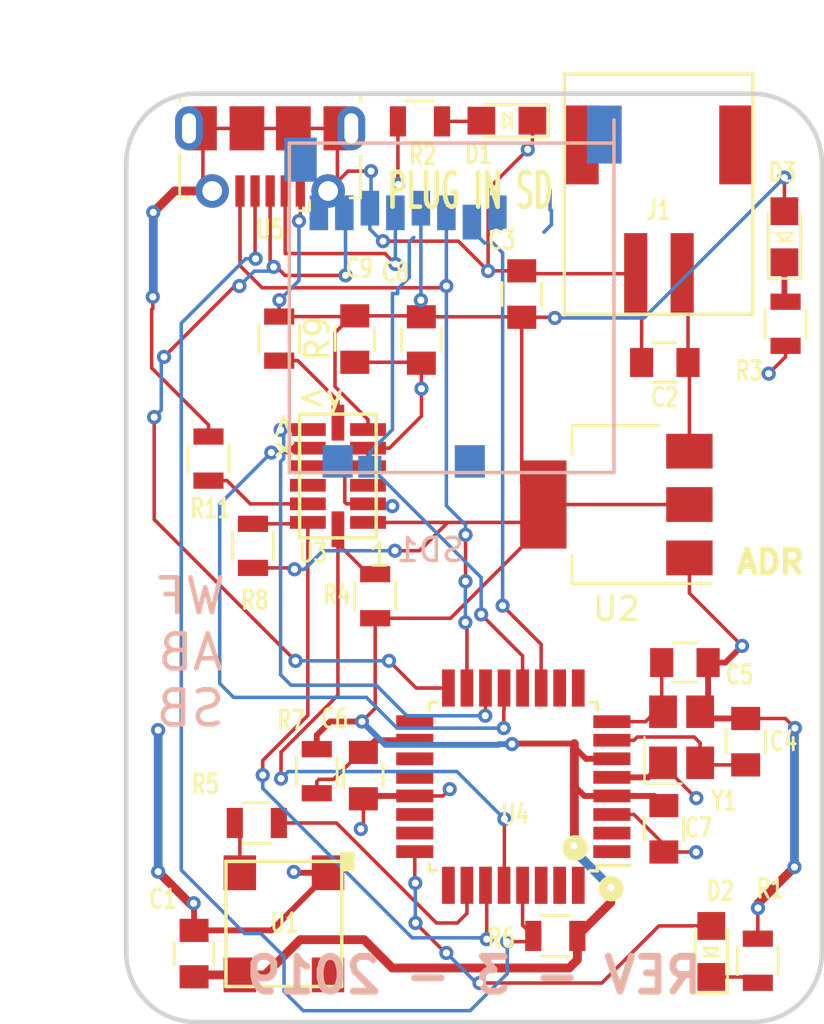
<source format=kicad_pcb>
(kicad_pcb (version 20171130) (host pcbnew 5.0.2-bee76a0~70~ubuntu18.04.1)

  (general
    (thickness 1.6)
    (drawings 12)
    (tracks 438)
    (zones 0)
    (modules 30)
    (nets 41)
  )

  (page A4)
  (layers
    (0 F.Cu signal)
    (31 B.Cu signal)
    (32 B.Adhes user)
    (33 F.Adhes user)
    (34 B.Paste user)
    (35 F.Paste user)
    (36 B.SilkS user)
    (37 F.SilkS user)
    (38 B.Mask user)
    (39 F.Mask user)
    (40 Dwgs.User user)
    (41 Cmts.User user)
    (42 Eco1.User user)
    (43 Eco2.User user)
    (44 Edge.Cuts user)
    (45 Margin user)
    (46 B.CrtYd user)
    (47 F.CrtYd user)
    (48 B.Fab user)
    (49 F.Fab user)
  )

  (setup
    (last_trace_width 0.1524)
    (user_trace_width 0.1524)
    (user_trace_width 0.254)
    (user_trace_width 0.381)
    (user_trace_width 0.508)
    (trace_clearance 0.1524)
    (zone_clearance 0.1524)
    (zone_45_only no)
    (trace_min 0.1524)
    (segment_width 0.2)
    (edge_width 0.15)
    (via_size 0.6096)
    (via_drill 0.3048)
    (via_min_size 0.6096)
    (via_min_drill 0.3048)
    (uvia_size 0.3)
    (uvia_drill 0.1)
    (uvias_allowed no)
    (uvia_min_size 0.2)
    (uvia_min_drill 0.1)
    (pcb_text_width 0.3)
    (pcb_text_size 1.5 1.5)
    (mod_edge_width 0.15)
    (mod_text_size 0.6 0.8)
    (mod_text_width 0.125)
    (pad_size 1.524 1.524)
    (pad_drill 0.762)
    (pad_to_mask_clearance 0.2)
    (solder_mask_min_width 0.25)
    (aux_axis_origin 0 0)
    (visible_elements FFFFFF7F)
    (pcbplotparams
      (layerselection 0x010fc_ffffffff)
      (usegerberextensions false)
      (usegerberattributes false)
      (usegerberadvancedattributes false)
      (creategerberjobfile false)
      (excludeedgelayer true)
      (linewidth 0.100000)
      (plotframeref false)
      (viasonmask false)
      (mode 1)
      (useauxorigin false)
      (hpglpennumber 1)
      (hpglpenspeed 20)
      (hpglpendiameter 15.000000)
      (psnegative false)
      (psa4output false)
      (plotreference true)
      (plotvalue true)
      (plotinvisibletext false)
      (padsonsilk false)
      (subtractmaskfromsilk false)
      (outputformat 1)
      (mirror false)
      (drillshape 0)
      (scaleselection 1)
      (outputdirectory "3_22_19/"))
  )

  (net 0 "")
  (net 1 GND)
  (net 2 /Battery+)
  (net 3 "Net-(D1-Pad2)")
  (net 4 "Net-(D2-Pad1)")
  (net 5 /P_LED_1)
  (net 6 "Net-(D3-Pad1)")
  (net 7 /RESET)
  (net 8 /Neopix)
  (net 9 "Net-(C4-Pad1)")
  (net 10 "Net-(C5-Pad1)")
  (net 11 "Net-(C6-Pad1)")
  (net 12 "Net-(R5-Pad1)")
  (net 13 "Net-(SD1-Pad8)")
  (net 14 "Net-(SD1-Pad1)")
  (net 15 "Net-(U1-Pad4)")
  (net 16 /INT2)
  (net 17 /INT1)
  (net 18 "Net-(U4-Pad2)")
  (net 19 "Net-(U4-Pad9)")
  (net 20 "Net-(U4-Pad10)")
  (net 21 "Net-(U4-Pad19)")
  (net 22 "Net-(U4-Pad20)")
  (net 23 "Net-(U4-Pad22)")
  (net 24 "Net-(U4-Pad23)")
  (net 25 "Net-(U4-Pad30)")
  (net 26 "Net-(U4-Pad31)")
  (net 27 VCC)
  (net 28 "Net-(U4-Pad1)")
  (net 29 "Net-(U4-Pad32)")
  (net 30 "Net-(U4-Pad25)")
  (net 31 "Net-(R9-Pad2)")
  (net 32 "Net-(R11-Pad1)")
  (net 33 /SD_CS_3V)
  (net 34 /SD_CS)
  (net 35 /MOSI)
  (net 36 /MISO)
  (net 37 /SCK)
  (net 38 /SDA)
  (net 39 /SCL)
  (net 40 /Dectect_LED)

  (net_class Default "This is the default net class."
    (clearance 0.1524)
    (trace_width 0.1524)
    (via_dia 0.6096)
    (via_drill 0.3048)
    (uvia_dia 0.3)
    (uvia_drill 0.1)
    (diff_pair_gap 0.1524)
    (diff_pair_width 0.2)
    (add_net /Battery+)
    (add_net /Dectect_LED)
    (add_net /INT1)
    (add_net /INT2)
    (add_net /MISO)
    (add_net /MOSI)
    (add_net /Neopix)
    (add_net /P_LED_1)
    (add_net /RESET)
    (add_net /SCK)
    (add_net /SCL)
    (add_net /SDA)
    (add_net /SD_CS)
    (add_net /SD_CS_3V)
    (add_net GND)
    (add_net "Net-(C4-Pad1)")
    (add_net "Net-(C5-Pad1)")
    (add_net "Net-(C6-Pad1)")
    (add_net "Net-(D1-Pad2)")
    (add_net "Net-(D2-Pad1)")
    (add_net "Net-(D3-Pad1)")
    (add_net "Net-(R11-Pad1)")
    (add_net "Net-(R5-Pad1)")
    (add_net "Net-(R9-Pad2)")
    (add_net "Net-(SD1-Pad1)")
    (add_net "Net-(SD1-Pad8)")
    (add_net "Net-(U1-Pad4)")
    (add_net "Net-(U4-Pad1)")
    (add_net "Net-(U4-Pad10)")
    (add_net "Net-(U4-Pad19)")
    (add_net "Net-(U4-Pad2)")
    (add_net "Net-(U4-Pad20)")
    (add_net "Net-(U4-Pad22)")
    (add_net "Net-(U4-Pad23)")
    (add_net "Net-(U4-Pad25)")
    (add_net "Net-(U4-Pad30)")
    (add_net "Net-(U4-Pad31)")
    (add_net "Net-(U4-Pad32)")
    (add_net "Net-(U4-Pad9)")
    (add_net VCC)
  )

  (module footprints:R_0805_OEM (layer F.Cu) (tedit 5C3D844D) (tstamp 5CB67BB0)
    (at 193.88 96.24 90)
    (descr "Resistor SMD 0805, reflow soldering, Vishay (see dcrcw.pdf)")
    (tags "resistor 0805")
    (path /5CB428D3)
    (attr smd)
    (fp_text reference R4 (at 0.05 -1.65 180) (layer F.SilkS)
      (effects (font (size 0.8 0.6) (thickness 0.125)))
    )
    (fp_text value R_10K (at 0 1.75 90) (layer F.Fab) hide
      (effects (font (size 0.8 0.6) (thickness 0.125)))
    )
    (fp_line (start -1 0.62) (end -1 -0.62) (layer F.Fab) (width 0.1))
    (fp_line (start 1 0.62) (end -1 0.62) (layer F.Fab) (width 0.1))
    (fp_line (start 1 -0.62) (end 1 0.62) (layer F.Fab) (width 0.1))
    (fp_line (start -1 -0.62) (end 1 -0.62) (layer F.Fab) (width 0.1))
    (fp_line (start 0.6 0.88) (end -0.6 0.88) (layer F.SilkS) (width 0.12))
    (fp_line (start -0.6 -0.88) (end 0.6 -0.88) (layer F.SilkS) (width 0.12))
    (fp_line (start -1.55 -0.9) (end 1.55 -0.9) (layer F.CrtYd) (width 0.05))
    (fp_line (start -1.55 -0.9) (end -1.55 0.9) (layer F.CrtYd) (width 0.05))
    (fp_line (start 1.55 0.9) (end 1.55 -0.9) (layer F.CrtYd) (width 0.05))
    (fp_line (start 1.55 0.9) (end -1.55 0.9) (layer F.CrtYd) (width 0.05))
    (pad 1 smd rect (at -0.95 0 90) (size 0.7 1.3) (layers F.Cu F.Paste F.Mask)
      (net 27 VCC))
    (pad 2 smd rect (at 0.95 0 90) (size 0.7 1.3) (layers F.Cu F.Paste F.Mask)
      (net 39 /SCL))
    (model ${LOCAL_DIR}/OEM_Preferred_Parts/3DModels/R_0805_OEM/res0805.step
      (at (xyz 0 0 0))
      (scale (xyz 1 1 1))
      (rotate (xyz 0 0 0))
    )
    (model ${LOCAL_DIR}/OEM_Preferred_Parts/3DModels/R_0805_OEM/res0805.step
      (at (xyz 0 0 0))
      (scale (xyz 1 1 1))
      (rotate (xyz 0 0 0))
    )
  )

  (module rocketry:ADXL345 (layer F.Cu) (tedit 5C8F0F9A) (tstamp 5C9191D5)
    (at 192.2725 91.06 180)
    (path /5C6AACF0)
    (fp_text reference U3 (at 1.08 -3.31 180) (layer F.SilkS)
      (effects (font (size 0.8 0.6) (thickness 0.125)))
    )
    (fp_text value ADXL345 (at 0 -5.461 180) (layer F.Fab) hide
      (effects (font (size 0.8 0.6) (thickness 0.125)))
    )
    (fp_text user <y (at 0.762 3.429 180) (layer F.SilkS)
      (effects (font (size 1 1) (thickness 0.15)))
    )
    (fp_text user x> (at 2.413 1.778 270) (layer F.SilkS)
      (effects (font (size 1 1) (thickness 0.15)))
    )
    (fp_text user 1 (at -1.7907 -3.3909 180) (layer F.SilkS)
      (effects (font (size 1 1) (thickness 0.125)))
    )
    (fp_line (start -1.651 2.667) (end -1.651 -2.667) (layer F.SilkS) (width 0.15))
    (fp_line (start -1.651 -2.667) (end 1.651 -2.667) (layer F.SilkS) (width 0.15))
    (fp_line (start 1.651 -2.667) (end 1.651 2.667) (layer F.SilkS) (width 0.15))
    (fp_line (start 1.651 2.667) (end -1.651 2.667) (layer F.SilkS) (width 0.15))
    (pad 7 smd rect (at 0 2.2975 180) (size 0.55 1.545) (layers F.Cu F.Paste F.Mask)
      (net 31 "Net-(R9-Pad2)"))
    (pad 14 smd rect (at 0 -2.2975 180) (size 0.55 1.545) (layers F.Cu F.Paste F.Mask)
      (net 39 /SCL))
    (pad "" smd rect (at 1.2975 0.4 180) (size 1.545 0.55) (layers F.Cu F.Paste F.Mask))
    (pad "" smd rect (at 1.2975 -0.4 180) (size 1.545 0.55) (layers F.Cu F.Paste F.Mask))
    (pad 4 smd rect (at -1.2975 0.4 180) (size 1.545 0.55) (layers F.Cu F.Paste F.Mask)
      (net 1 GND))
    (pad "" smd rect (at -1.2975 -0.4 180) (size 1.545 0.55) (layers F.Cu F.Paste F.Mask))
    (pad 9 smd rect (at 1.2975 1.2 180) (size 1.545 0.55) (layers F.Cu F.Paste F.Mask)
      (net 16 /INT2))
    (pad 8 smd rect (at 1.2975 2 180) (size 1.545 0.55) (layers F.Cu F.Paste F.Mask)
      (net 17 /INT1))
    (pad 12 smd rect (at 1.2975 -1.2 180) (size 1.545 0.55) (layers F.Cu F.Paste F.Mask)
      (net 32 "Net-(R11-Pad1)"))
    (pad 13 smd rect (at 1.2975 -2 180) (size 1.545 0.55) (layers F.Cu F.Paste F.Mask)
      (net 38 /SDA))
    (pad 2 smd rect (at -1.2975 -1.2 180) (size 1.545 0.55) (layers F.Cu F.Paste F.Mask)
      (net 1 GND))
    (pad 5 smd rect (at -1.2975 1.2 180) (size 1.545 0.55) (layers F.Cu F.Paste F.Mask)
      (net 1 GND))
    (pad 1 smd rect (at -1.2975 -2 180) (size 1.545 0.55) (layers F.Cu F.Paste F.Mask)
      (net 27 VCC))
    (pad 6 smd rect (at -1.2975 2 180) (size 1.545 0.55) (layers F.Cu F.Paste F.Mask)
      (net 27 VCC))
  )

  (module TO_SOT_Packages_SMD:SOT-223 (layer F.Cu) (tedit 58CE4E7E) (tstamp 5CB67BD3)
    (at 204.28 92.29 180)
    (descr "module CMS SOT223 4 pins")
    (tags "CMS SOT")
    (path /5CB12A1A)
    (attr smd)
    (fp_text reference U2 (at 0 -4.5 180) (layer F.SilkS)
      (effects (font (size 1 1) (thickness 0.15)))
    )
    (fp_text value LM1117MPX-3.3 (at 0 4.5 180) (layer F.Fab)
      (effects (font (size 1 1) (thickness 0.15)))
    )
    (fp_line (start 1.85 -3.35) (end 1.85 3.35) (layer F.Fab) (width 0.1))
    (fp_line (start -1.85 3.35) (end 1.85 3.35) (layer F.Fab) (width 0.1))
    (fp_line (start -4.1 -3.41) (end 1.91 -3.41) (layer F.SilkS) (width 0.12))
    (fp_line (start -0.8 -3.35) (end 1.85 -3.35) (layer F.Fab) (width 0.1))
    (fp_line (start -1.85 3.41) (end 1.91 3.41) (layer F.SilkS) (width 0.12))
    (fp_line (start -1.85 -2.3) (end -1.85 3.35) (layer F.Fab) (width 0.1))
    (fp_line (start -4.4 -3.6) (end -4.4 3.6) (layer F.CrtYd) (width 0.05))
    (fp_line (start -4.4 3.6) (end 4.4 3.6) (layer F.CrtYd) (width 0.05))
    (fp_line (start 4.4 3.6) (end 4.4 -3.6) (layer F.CrtYd) (width 0.05))
    (fp_line (start 4.4 -3.6) (end -4.4 -3.6) (layer F.CrtYd) (width 0.05))
    (fp_line (start 1.91 -3.41) (end 1.91 -2.15) (layer F.SilkS) (width 0.12))
    (fp_line (start 1.91 3.41) (end 1.91 2.15) (layer F.SilkS) (width 0.12))
    (fp_line (start -1.85 -2.3) (end -0.8 -3.35) (layer F.Fab) (width 0.1))
    (fp_text user %R (at 0.04 -0.21 270) (layer F.Fab)
      (effects (font (size 0.8 0.8) (thickness 0.12)))
    )
    (pad 1 smd rect (at -3.15 -2.3 180) (size 2 1.5) (layers F.Cu F.Paste F.Mask)
      (net 1 GND))
    (pad 3 smd rect (at -3.15 2.3 180) (size 2 1.5) (layers F.Cu F.Paste F.Mask)
      (net 2 /Battery+))
    (pad 2 smd rect (at -3.15 0 180) (size 2 1.5) (layers F.Cu F.Paste F.Mask)
      (net 27 VCC))
    (pad 4 smd rect (at 3.15 0 180) (size 2 3.8) (layers F.Cu F.Paste F.Mask)
      (net 27 VCC))
    (model ${KISYS3DMOD}/TO_SOT_Packages_SMD.3dshapes/SOT-223.wrl
      (at (xyz 0 0 0))
      (scale (xyz 1 1 1))
      (rotate (xyz 0 0 0))
    )
  )

  (module footprints:R_0805_OEM (layer F.Cu) (tedit 5C3D844D) (tstamp 5C91948A)
    (at 186.69 90.31 90)
    (descr "Resistor SMD 0805, reflow soldering, Vishay (see dcrcw.pdf)")
    (tags "resistor 0805")
    (path /5C90EFA9)
    (attr smd)
    (fp_text reference R11 (at -2.15 0.09 180) (layer F.SilkS)
      (effects (font (size 0.8 0.6) (thickness 0.125)))
    )
    (fp_text value R_10K (at 0 1.75 90) (layer F.Fab) hide
      (effects (font (size 0.8 0.6) (thickness 0.125)))
    )
    (fp_line (start -1 0.62) (end -1 -0.62) (layer F.Fab) (width 0.1))
    (fp_line (start 1 0.62) (end -1 0.62) (layer F.Fab) (width 0.1))
    (fp_line (start 1 -0.62) (end 1 0.62) (layer F.Fab) (width 0.1))
    (fp_line (start -1 -0.62) (end 1 -0.62) (layer F.Fab) (width 0.1))
    (fp_line (start 0.6 0.88) (end -0.6 0.88) (layer F.SilkS) (width 0.12))
    (fp_line (start -0.6 -0.88) (end 0.6 -0.88) (layer F.SilkS) (width 0.12))
    (fp_line (start -1.55 -0.9) (end 1.55 -0.9) (layer F.CrtYd) (width 0.05))
    (fp_line (start -1.55 -0.9) (end -1.55 0.9) (layer F.CrtYd) (width 0.05))
    (fp_line (start 1.55 0.9) (end 1.55 -0.9) (layer F.CrtYd) (width 0.05))
    (fp_line (start 1.55 0.9) (end -1.55 0.9) (layer F.CrtYd) (width 0.05))
    (pad 1 smd rect (at -0.95 0 90) (size 0.7 1.3) (layers F.Cu F.Paste F.Mask)
      (net 32 "Net-(R11-Pad1)"))
    (pad 2 smd rect (at 0.95 0 90) (size 0.7 1.3) (layers F.Cu F.Paste F.Mask)
      (net 1 GND))
    (model ${LOCAL_DIR}/OEM_Preferred_Parts/3DModels/R_0805_OEM/res0805.step
      (at (xyz 0 0 0))
      (scale (xyz 1 1 1))
      (rotate (xyz 0 0 0))
    )
    (model ${LOCAL_DIR}/OEM_Preferred_Parts/3DModels/R_0805_OEM/res0805.step
      (at (xyz 0 0 0))
      (scale (xyz 1 1 1))
      (rotate (xyz 0 0 0))
    )
  )

  (module rocketry:JST-PH_2_RA (layer F.Cu) (tedit 5C68C04F) (tstamp 5C67E0EC)
    (at 207.11668 82.34426 180)
    (path /5C6C64F9)
    (fp_text reference J1 (at 1.016 2.7432 180) (layer F.SilkS)
      (effects (font (size 0.8 0.6) (thickness 0.125)))
    )
    (fp_text value JST-PH_2_RA (at -2.54 -5.08 180) (layer F.Fab) hide
      (effects (font (size 0.8 0.6) (thickness 0.125)))
    )
    (fp_line (start -2.95 8.6) (end 4.95 8.6) (layer F.SilkS) (width 0.15))
    (fp_line (start -2.95 -1.75) (end 4.95 -1.75) (layer F.SilkS) (width 0.15))
    (fp_line (start -3.048 8.636) (end -3.048 -1.778) (layer F.SilkS) (width 0.15))
    (fp_line (start 5.08 -1.778) (end 5.08 8.636) (layer F.SilkS) (width 0.15))
    (pad 1 smd rect (at 0 0 180) (size 1 3.5) (layers F.Cu F.Paste F.Mask)
      (net 2 /Battery+))
    (pad 2 smd rect (at 2 0 180) (size 1 3.5) (layers F.Cu F.Paste F.Mask)
      (net 1 GND))
    (pad "" smd rect (at -2.35 5.55 180) (size 1.5 3.4) (layers F.Cu F.Paste F.Mask))
    (pad "" smd rect (at 4.35 5.55 180) (size 1.5 3.4) (layers F.Cu F.Paste F.Mask))
  )

  (module rocketry:TQFP-32_7x7mm_Pitch0.8mm (layer F.Cu) (tedit 5C68BFD2) (tstamp 5C68F168)
    (at 199.83692 104.44672 180)
    (descr "32-Lead Plastic Thin Quad Flatpack (PT) - 7x7x1.0 mm Body, 2.00 mm [TQFP] (see Microchip Packaging Specification 00000049BS.pdf)")
    (tags "QFP 0.8")
    (path /5C6C96AB)
    (attr smd)
    (fp_text reference U4 (at -0.0762 -1.20396 180) (layer F.SilkS)
      (effects (font (size 0.8 0.6) (thickness 0.125)))
    )
    (fp_text value ATmega328-AU (at 0 6.05 180) (layer F.Fab) hide
      (effects (font (size 0.8 0.6) (thickness 0.125)))
    )
    (fp_circle (center -2.667 -2.6416) (end -2.667 -2.6924) (layer F.SilkS) (width 0.5))
    (fp_circle (center -4.2164 -4.3942) (end -4.2164 -4.445) (layer F.SilkS) (width 0.5))
    (fp_text user %R (at 0 0 180) (layer F.Fab)
      (effects (font (size 1 1) (thickness 0.15)))
    )
    (fp_line (start -2.5 -3.5) (end 3.5 -3.5) (layer F.Fab) (width 0.15))
    (fp_line (start 3.5 -3.5) (end 3.5 3.5) (layer F.Fab) (width 0.15))
    (fp_line (start 3.5 3.5) (end -3.5 3.5) (layer F.Fab) (width 0.15))
    (fp_line (start -3.5 3.5) (end -3.5 -2.5) (layer F.Fab) (width 0.15))
    (fp_line (start -3.5 -2.5) (end -2.5 -3.5) (layer F.Fab) (width 0.15))
    (fp_line (start -5.3 -5.3) (end -5.3 5.3) (layer F.CrtYd) (width 0.05))
    (fp_line (start 5.3 -5.3) (end 5.3 5.3) (layer F.CrtYd) (width 0.05))
    (fp_line (start -5.3 -5.3) (end 5.3 -5.3) (layer F.CrtYd) (width 0.05))
    (fp_line (start -5.3 5.3) (end 5.3 5.3) (layer F.CrtYd) (width 0.05))
    (fp_line (start -3.625 -3.625) (end -3.625 -3.4) (layer F.SilkS) (width 0.15))
    (fp_line (start 3.625 -3.625) (end 3.625 -3.3) (layer F.SilkS) (width 0.15))
    (fp_line (start 3.625 3.625) (end 3.625 3.3) (layer F.SilkS) (width 0.15))
    (fp_line (start -3.625 3.625) (end -3.625 3.3) (layer F.SilkS) (width 0.15))
    (fp_line (start -3.625 -3.625) (end -3.3 -3.625) (layer F.SilkS) (width 0.15))
    (fp_line (start -3.625 3.625) (end -3.3 3.625) (layer F.SilkS) (width 0.15))
    (fp_line (start 3.625 3.625) (end 3.3 3.625) (layer F.SilkS) (width 0.15))
    (fp_line (start 3.625 -3.625) (end 3.3 -3.625) (layer F.SilkS) (width 0.15))
    (fp_line (start -3.625 -3.4) (end -5.05 -3.4) (layer F.SilkS) (width 0.15))
    (pad 1 smd rect (at -4.25 -2.8 180) (size 1.6 0.55) (layers F.Cu F.Paste F.Mask)
      (net 28 "Net-(U4-Pad1)"))
    (pad 2 smd rect (at -4.25 -2 180) (size 1.6 0.55) (layers F.Cu F.Paste F.Mask)
      (net 18 "Net-(U4-Pad2)"))
    (pad 3 smd rect (at -4.25 -1.2 180) (size 1.6 0.55) (layers F.Cu F.Paste F.Mask)
      (net 1 GND))
    (pad 4 smd rect (at -4.25 -0.4 180) (size 1.6 0.55) (layers F.Cu F.Paste F.Mask)
      (net 27 VCC))
    (pad 5 smd rect (at -4.25 0.4 180) (size 1.6 0.55) (layers F.Cu F.Paste F.Mask)
      (net 1 GND))
    (pad 6 smd rect (at -4.25 1.2 180) (size 1.6 0.55) (layers F.Cu F.Paste F.Mask)
      (net 27 VCC))
    (pad 7 smd rect (at -4.25 2 180) (size 1.6 0.55) (layers F.Cu F.Paste F.Mask)
      (net 9 "Net-(C4-Pad1)"))
    (pad 8 smd rect (at -4.25 2.8 180) (size 1.6 0.55) (layers F.Cu F.Paste F.Mask)
      (net 10 "Net-(C5-Pad1)"))
    (pad 9 smd rect (at -2.8 4.25 270) (size 1.6 0.55) (layers F.Cu F.Paste F.Mask)
      (net 19 "Net-(U4-Pad9)"))
    (pad 10 smd rect (at -2 4.25 270) (size 1.6 0.55) (layers F.Cu F.Paste F.Mask)
      (net 20 "Net-(U4-Pad10)"))
    (pad 11 smd rect (at -1.2 4.25 270) (size 1.6 0.55) (layers F.Cu F.Paste F.Mask)
      (net 34 /SD_CS))
    (pad 12 smd rect (at -0.4 4.25 270) (size 1.6 0.55) (layers F.Cu F.Paste F.Mask)
      (net 40 /Dectect_LED))
    (pad 13 smd rect (at 0.4 4.25 270) (size 1.6 0.55) (layers F.Cu F.Paste F.Mask)
      (net 16 /INT2))
    (pad 14 smd rect (at 1.2 4.25 270) (size 1.6 0.55) (layers F.Cu F.Paste F.Mask)
      (net 17 /INT1))
    (pad 15 smd rect (at 2 4.25 270) (size 1.6 0.55) (layers F.Cu F.Paste F.Mask)
      (net 35 /MOSI))
    (pad 16 smd rect (at 2.8 4.25 270) (size 1.6 0.55) (layers F.Cu F.Paste F.Mask)
      (net 36 /MISO))
    (pad 17 smd rect (at 4.25 2.8 180) (size 1.6 0.55) (layers F.Cu F.Paste F.Mask)
      (net 37 /SCK))
    (pad 18 smd rect (at 4.25 2 180) (size 1.6 0.55) (layers F.Cu F.Paste F.Mask)
      (net 11 "Net-(C6-Pad1)"))
    (pad 19 smd rect (at 4.25 1.2 180) (size 1.6 0.55) (layers F.Cu F.Paste F.Mask)
      (net 21 "Net-(U4-Pad19)"))
    (pad 20 smd rect (at 4.25 0.4 180) (size 1.6 0.55) (layers F.Cu F.Paste F.Mask)
      (net 22 "Net-(U4-Pad20)"))
    (pad 21 smd rect (at 4.25 -0.4 180) (size 1.6 0.55) (layers F.Cu F.Paste F.Mask)
      (net 1 GND))
    (pad 22 smd rect (at 4.25 -1.2 180) (size 1.6 0.55) (layers F.Cu F.Paste F.Mask)
      (net 23 "Net-(U4-Pad22)"))
    (pad 23 smd rect (at 4.25 -2 180) (size 1.6 0.55) (layers F.Cu F.Paste F.Mask)
      (net 24 "Net-(U4-Pad23)"))
    (pad 24 smd rect (at 4.25 -2.8 180) (size 1.6 0.55) (layers F.Cu F.Paste F.Mask)
      (net 5 /P_LED_1))
    (pad 25 smd rect (at 2.8 -4.25 270) (size 1.6 0.55) (layers F.Cu F.Paste F.Mask)
      (net 30 "Net-(U4-Pad25)"))
    (pad 26 smd rect (at 2 -4.25 270) (size 1.6 0.55) (layers F.Cu F.Paste F.Mask)
      (net 8 /Neopix))
    (pad 27 smd rect (at 1.2 -4.25 270) (size 1.6 0.55) (layers F.Cu F.Paste F.Mask)
      (net 38 /SDA))
    (pad 28 smd rect (at 0.4 -4.25 270) (size 1.6 0.55) (layers F.Cu F.Paste F.Mask)
      (net 39 /SCL))
    (pad 29 smd rect (at -0.4 -4.25 270) (size 1.6 0.55) (layers F.Cu F.Paste F.Mask)
      (net 7 /RESET))
    (pad 30 smd rect (at -1.2 -4.25 270) (size 1.6 0.55) (layers F.Cu F.Paste F.Mask)
      (net 25 "Net-(U4-Pad30)"))
    (pad 31 smd rect (at -2 -4.25 270) (size 1.6 0.55) (layers F.Cu F.Paste F.Mask)
      (net 26 "Net-(U4-Pad31)"))
    (pad 32 smd rect (at -2.8 -4.25 270) (size 1.6 0.55) (layers F.Cu F.Paste F.Mask)
      (net 29 "Net-(U4-Pad32)"))
    (model Housings_QFP.3dshapes/TQFP-32_7x7mm_Pitch0.8mm.wrl
      (at (xyz 0 0 0))
      (scale (xyz 1 1 1))
      (rotate (xyz 0 0 0))
    )
  )

  (module rocketry:R_0805_OEM (layer F.Cu) (tedit 5C684CD1) (tstamp 5C67E123)
    (at 195.81 75.78)
    (descr "Resistor SMD 0805, reflow soldering, Vishay (see dcrcw.pdf)")
    (tags "resistor 0805")
    (path /5C6537F1)
    (attr smd)
    (fp_text reference R2 (at 0.12 1.46) (layer F.SilkS)
      (effects (font (size 0.8 0.6) (thickness 0.125)))
    )
    (fp_text value R_200 (at 0 1.75) (layer F.Fab) hide
      (effects (font (size 0.8 0.6) (thickness 0.125)))
    )
    (fp_line (start -1 0.62) (end -1 -0.62) (layer F.Fab) (width 0.1))
    (fp_line (start 1 0.62) (end -1 0.62) (layer F.Fab) (width 0.1))
    (fp_line (start 1 -0.62) (end 1 0.62) (layer F.Fab) (width 0.1))
    (fp_line (start -1 -0.62) (end 1 -0.62) (layer F.Fab) (width 0.1))
    (fp_line (start 0.6 0.88) (end -0.6 0.88) (layer F.SilkS) (width 0.12))
    (fp_line (start -0.6 -0.88) (end 0.6 -0.88) (layer F.SilkS) (width 0.12))
    (fp_line (start -1.55 -0.9) (end 1.55 -0.9) (layer F.CrtYd) (width 0.05))
    (fp_line (start -1.55 -0.9) (end -1.55 0.9) (layer F.CrtYd) (width 0.05))
    (fp_line (start 1.55 0.9) (end 1.55 -0.9) (layer F.CrtYd) (width 0.05))
    (fp_line (start 1.55 0.9) (end -1.55 0.9) (layer F.CrtYd) (width 0.05))
    (pad 1 smd rect (at -0.95 0) (size 0.7 1.3) (layers F.Cu F.Paste F.Mask)
      (net 40 /Dectect_LED))
    (pad 2 smd rect (at 0.95 0) (size 0.7 1.3) (layers F.Cu F.Paste F.Mask)
      (net 3 "Net-(D1-Pad2)"))
    (model "/home/josh/Formula/OEM_Preferred_Parts/3DModels/WRL Files/res0805.wrl"
      (at (xyz 0 0 0))
      (scale (xyz 1 1 1))
      (rotate (xyz 0 0 0))
    )
    (model ${LOCAL_DIR}/OEM_Preferred_Parts/3DModels/R_0805_OEM/res0805.step
      (at (xyz 0 0 0))
      (scale (xyz 1 1 1))
      (rotate (xyz 0 0 0))
    )
  )

  (module rocketry:C_0805_OEM (layer F.Cu) (tedit 5C3D8347) (tstamp 5C67E035)
    (at 186.07 111.64 90)
    (descr "Capacitor SMD 0805, reflow soldering, AVX (see smccp.pdf)")
    (tags "capacitor 0805")
    (path /5C645012)
    (attr smd)
    (fp_text reference C1 (at 2.35 -1.34 -180) (layer F.SilkS)
      (effects (font (size 0.8 0.6) (thickness 0.125)))
    )
    (fp_text value C_1uF (at 0 1.75 90) (layer F.Fab) hide
      (effects (font (size 0.8 0.6) (thickness 0.125)))
    )
    (fp_line (start -1 0.62) (end -1 -0.62) (layer F.Fab) (width 0.1))
    (fp_line (start 1 0.62) (end -1 0.62) (layer F.Fab) (width 0.1))
    (fp_line (start 1 -0.62) (end 1 0.62) (layer F.Fab) (width 0.1))
    (fp_line (start -1 -0.62) (end 1 -0.62) (layer F.Fab) (width 0.1))
    (fp_line (start 0.5 -0.85) (end -0.5 -0.85) (layer F.SilkS) (width 0.12))
    (fp_line (start -0.5 0.85) (end 0.5 0.85) (layer F.SilkS) (width 0.12))
    (fp_line (start -1.75 -0.88) (end 1.75 -0.88) (layer F.CrtYd) (width 0.05))
    (fp_line (start -1.75 -0.88) (end -1.75 0.87) (layer F.CrtYd) (width 0.05))
    (fp_line (start 1.75 0.87) (end 1.75 -0.88) (layer F.CrtYd) (width 0.05))
    (fp_line (start 1.75 0.87) (end -1.75 0.87) (layer F.CrtYd) (width 0.05))
    (pad 1 smd rect (at -1 0 90) (size 1 1.25) (layers F.Cu F.Paste F.Mask)
      (net 27 VCC))
    (pad 2 smd rect (at 1 0 90) (size 1 1.25) (layers F.Cu F.Paste F.Mask)
      (net 1 GND))
    (model /home/josh/Formula/OEM_Preferred_Parts/3DModels/C_0805_OEM/C_0805.wrl
      (at (xyz 0 0 0))
      (scale (xyz 1 1 1))
      (rotate (xyz 0 0 0))
    )
    (model ${LOCAL_DIR}/OEM_Preferred_Parts/3DModels/C_0805_OEM/C_0805.step
      (at (xyz 0 0 0))
      (scale (xyz 1 1 1))
      (rotate (xyz 0 0 0))
    )
  )

  (module rocketry:C_0805_OEM (layer F.Cu) (tedit 5C3D8347) (tstamp 5C67E065)
    (at 209.85722 102.5087 90)
    (descr "Capacitor SMD 0805, reflow soldering, AVX (see smccp.pdf)")
    (tags "capacitor 0805")
    (path /5C54C399)
    (attr smd)
    (fp_text reference C4 (at 0.0127 1.63576 180) (layer F.SilkS)
      (effects (font (size 0.8 0.6) (thickness 0.125)))
    )
    (fp_text value C_30pF (at 0 1.75 90) (layer F.Fab) hide
      (effects (font (size 0.8 0.6) (thickness 0.125)))
    )
    (fp_line (start 1.75 0.87) (end -1.75 0.87) (layer F.CrtYd) (width 0.05))
    (fp_line (start 1.75 0.87) (end 1.75 -0.88) (layer F.CrtYd) (width 0.05))
    (fp_line (start -1.75 -0.88) (end -1.75 0.87) (layer F.CrtYd) (width 0.05))
    (fp_line (start -1.75 -0.88) (end 1.75 -0.88) (layer F.CrtYd) (width 0.05))
    (fp_line (start -0.5 0.85) (end 0.5 0.85) (layer F.SilkS) (width 0.12))
    (fp_line (start 0.5 -0.85) (end -0.5 -0.85) (layer F.SilkS) (width 0.12))
    (fp_line (start -1 -0.62) (end 1 -0.62) (layer F.Fab) (width 0.1))
    (fp_line (start 1 -0.62) (end 1 0.62) (layer F.Fab) (width 0.1))
    (fp_line (start 1 0.62) (end -1 0.62) (layer F.Fab) (width 0.1))
    (fp_line (start -1 0.62) (end -1 -0.62) (layer F.Fab) (width 0.1))
    (pad 2 smd rect (at 1 0 90) (size 1 1.25) (layers F.Cu F.Paste F.Mask)
      (net 1 GND))
    (pad 1 smd rect (at -1 0 90) (size 1 1.25) (layers F.Cu F.Paste F.Mask)
      (net 9 "Net-(C4-Pad1)"))
    (model /home/josh/Formula/OEM_Preferred_Parts/3DModels/C_0805_OEM/C_0805.wrl
      (at (xyz 0 0 0))
      (scale (xyz 1 1 1))
      (rotate (xyz 0 0 0))
    )
    (model ${LOCAL_DIR}/OEM_Preferred_Parts/3DModels/C_0805_OEM/C_0805.step
      (at (xyz 0 0 0))
      (scale (xyz 1 1 1))
      (rotate (xyz 0 0 0))
    )
  )

  (module rocketry:C_0805_OEM (layer F.Cu) (tedit 5C3D8347) (tstamp 5C67E075)
    (at 207.23594 99.10002)
    (descr "Capacitor SMD 0805, reflow soldering, AVX (see smccp.pdf)")
    (tags "capacitor 0805")
    (path /5C54BFB5)
    (attr smd)
    (fp_text reference C5 (at 2.35458 0.53086) (layer F.SilkS)
      (effects (font (size 0.8 0.6) (thickness 0.125)))
    )
    (fp_text value C_30pF (at 0 1.75) (layer F.Fab) hide
      (effects (font (size 0.8 0.6) (thickness 0.125)))
    )
    (fp_line (start -1 0.62) (end -1 -0.62) (layer F.Fab) (width 0.1))
    (fp_line (start 1 0.62) (end -1 0.62) (layer F.Fab) (width 0.1))
    (fp_line (start 1 -0.62) (end 1 0.62) (layer F.Fab) (width 0.1))
    (fp_line (start -1 -0.62) (end 1 -0.62) (layer F.Fab) (width 0.1))
    (fp_line (start 0.5 -0.85) (end -0.5 -0.85) (layer F.SilkS) (width 0.12))
    (fp_line (start -0.5 0.85) (end 0.5 0.85) (layer F.SilkS) (width 0.12))
    (fp_line (start -1.75 -0.88) (end 1.75 -0.88) (layer F.CrtYd) (width 0.05))
    (fp_line (start -1.75 -0.88) (end -1.75 0.87) (layer F.CrtYd) (width 0.05))
    (fp_line (start 1.75 0.87) (end 1.75 -0.88) (layer F.CrtYd) (width 0.05))
    (fp_line (start 1.75 0.87) (end -1.75 0.87) (layer F.CrtYd) (width 0.05))
    (pad 1 smd rect (at -1 0) (size 1 1.25) (layers F.Cu F.Paste F.Mask)
      (net 10 "Net-(C5-Pad1)"))
    (pad 2 smd rect (at 1 0) (size 1 1.25) (layers F.Cu F.Paste F.Mask)
      (net 1 GND))
    (model /home/josh/Formula/OEM_Preferred_Parts/3DModels/C_0805_OEM/C_0805.wrl
      (at (xyz 0 0 0))
      (scale (xyz 1 1 1))
      (rotate (xyz 0 0 0))
    )
    (model ${LOCAL_DIR}/OEM_Preferred_Parts/3DModels/C_0805_OEM/C_0805.step
      (at (xyz 0 0 0))
      (scale (xyz 1 1 1))
      (rotate (xyz 0 0 0))
    )
  )

  (module rocketry:C_0805_OEM (layer F.Cu) (tedit 5C3D8347) (tstamp 5C91AC87)
    (at 193.37 103.97 270)
    (descr "Capacitor SMD 0805, reflow soldering, AVX (see smccp.pdf)")
    (tags "capacitor 0805")
    (path /5C510FF4)
    (attr smd)
    (fp_text reference C6 (at -2.45 1.24) (layer F.SilkS)
      (effects (font (size 0.8 0.6) (thickness 0.125)))
    )
    (fp_text value C_100pF (at 0 1.75 270) (layer F.Fab) hide
      (effects (font (size 0.8 0.6) (thickness 0.125)))
    )
    (fp_line (start 1.75 0.87) (end -1.75 0.87) (layer F.CrtYd) (width 0.05))
    (fp_line (start 1.75 0.87) (end 1.75 -0.88) (layer F.CrtYd) (width 0.05))
    (fp_line (start -1.75 -0.88) (end -1.75 0.87) (layer F.CrtYd) (width 0.05))
    (fp_line (start -1.75 -0.88) (end 1.75 -0.88) (layer F.CrtYd) (width 0.05))
    (fp_line (start -0.5 0.85) (end 0.5 0.85) (layer F.SilkS) (width 0.12))
    (fp_line (start 0.5 -0.85) (end -0.5 -0.85) (layer F.SilkS) (width 0.12))
    (fp_line (start -1 -0.62) (end 1 -0.62) (layer F.Fab) (width 0.1))
    (fp_line (start 1 -0.62) (end 1 0.62) (layer F.Fab) (width 0.1))
    (fp_line (start 1 0.62) (end -1 0.62) (layer F.Fab) (width 0.1))
    (fp_line (start -1 0.62) (end -1 -0.62) (layer F.Fab) (width 0.1))
    (pad 2 smd rect (at 1 0 270) (size 1 1.25) (layers F.Cu F.Paste F.Mask)
      (net 1 GND))
    (pad 1 smd rect (at -1 0 270) (size 1 1.25) (layers F.Cu F.Paste F.Mask)
      (net 11 "Net-(C6-Pad1)"))
    (model /home/josh/Formula/OEM_Preferred_Parts/3DModels/C_0805_OEM/C_0805.wrl
      (at (xyz 0 0 0))
      (scale (xyz 1 1 1))
      (rotate (xyz 0 0 0))
    )
    (model ${LOCAL_DIR}/OEM_Preferred_Parts/3DModels/C_0805_OEM/C_0805.step
      (at (xyz 0 0 0))
      (scale (xyz 1 1 1))
      (rotate (xyz 0 0 0))
    )
  )

  (module rocketry:C_0805_OEM (layer F.Cu) (tedit 5C3D8347) (tstamp 5C68626E)
    (at 206.32916 106.26206 90)
    (descr "Capacitor SMD 0805, reflow soldering, AVX (see smccp.pdf)")
    (tags "capacitor 0805")
    (path /5C510B55)
    (attr smd)
    (fp_text reference C7 (at 0.0381 1.49352 180) (layer F.SilkS)
      (effects (font (size 0.8 0.6) (thickness 0.125)))
    )
    (fp_text value C_0.1uF (at 0 1.75 90) (layer F.Fab) hide
      (effects (font (size 0.8 0.6) (thickness 0.125)))
    )
    (fp_line (start -1 0.62) (end -1 -0.62) (layer F.Fab) (width 0.1))
    (fp_line (start 1 0.62) (end -1 0.62) (layer F.Fab) (width 0.1))
    (fp_line (start 1 -0.62) (end 1 0.62) (layer F.Fab) (width 0.1))
    (fp_line (start -1 -0.62) (end 1 -0.62) (layer F.Fab) (width 0.1))
    (fp_line (start 0.5 -0.85) (end -0.5 -0.85) (layer F.SilkS) (width 0.12))
    (fp_line (start -0.5 0.85) (end 0.5 0.85) (layer F.SilkS) (width 0.12))
    (fp_line (start -1.75 -0.88) (end 1.75 -0.88) (layer F.CrtYd) (width 0.05))
    (fp_line (start -1.75 -0.88) (end -1.75 0.87) (layer F.CrtYd) (width 0.05))
    (fp_line (start 1.75 0.87) (end 1.75 -0.88) (layer F.CrtYd) (width 0.05))
    (fp_line (start 1.75 0.87) (end -1.75 0.87) (layer F.CrtYd) (width 0.05))
    (pad 1 smd rect (at -1 0 90) (size 1 1.25) (layers F.Cu F.Paste F.Mask)
      (net 1 GND))
    (pad 2 smd rect (at 1 0 90) (size 1 1.25) (layers F.Cu F.Paste F.Mask)
      (net 27 VCC))
    (model /home/josh/Formula/OEM_Preferred_Parts/3DModels/C_0805_OEM/C_0805.wrl
      (at (xyz 0 0 0))
      (scale (xyz 1 1 1))
      (rotate (xyz 0 0 0))
    )
    (model ${LOCAL_DIR}/OEM_Preferred_Parts/3DModels/C_0805_OEM/C_0805.step
      (at (xyz 0 0 0))
      (scale (xyz 1 1 1))
      (rotate (xyz 0 0 0))
    )
  )

  (module rocketry:LED_0805_OEM (layer F.Cu) (tedit 5C684CC5) (tstamp 5C91AF5A)
    (at 199.56 75.75 180)
    (descr "LED 0805 smd package")
    (tags "LED led 0805 SMD smd SMT smt smdled SMDLED smtled SMTLED")
    (path /5C6539AB)
    (attr smd)
    (fp_text reference D1 (at 1.22 -1.44 180) (layer F.SilkS)
      (effects (font (size 0.8 0.6) (thickness 0.125)))
    )
    (fp_text value LED_0805 (at 0.508 2.032 180) (layer F.Fab) hide
      (effects (font (size 0.8 0.6) (thickness 0.125)))
    )
    (fp_line (start -1.95 -0.85) (end 1.95 -0.85) (layer F.CrtYd) (width 0.05))
    (fp_line (start -1.95 0.85) (end -1.95 -0.85) (layer F.CrtYd) (width 0.05))
    (fp_line (start 1.95 0.85) (end -1.95 0.85) (layer F.CrtYd) (width 0.05))
    (fp_line (start 1.95 -0.85) (end 1.95 0.85) (layer F.CrtYd) (width 0.05))
    (fp_line (start -1.8 -0.7) (end 1 -0.7) (layer F.SilkS) (width 0.12))
    (fp_line (start -1.8 0.7) (end 1 0.7) (layer F.SilkS) (width 0.12))
    (fp_line (start -1 0.6) (end -1 -0.6) (layer F.Fab) (width 0.1))
    (fp_line (start -1 -0.6) (end 1 -0.6) (layer F.Fab) (width 0.1))
    (fp_line (start 1 -0.6) (end 1 0.6) (layer F.Fab) (width 0.1))
    (fp_line (start 1 0.6) (end -1 0.6) (layer F.Fab) (width 0.1))
    (fp_line (start -1.8 -0.7) (end -1.8 0.7) (layer F.SilkS) (width 0.12))
    (fp_line (start -0.2 0) (end 0.1 -0.3) (layer F.SilkS) (width 0.1))
    (fp_line (start 0.1 -0.3) (end 0.15 -0.35) (layer F.SilkS) (width 0.1))
    (fp_line (start 0.15 -0.35) (end 0.15 0.3) (layer F.SilkS) (width 0.1))
    (fp_line (start 0.15 0.35) (end 0.15 0.3) (layer F.SilkS) (width 0.1))
    (fp_line (start 0.15 0.3) (end 0.15 0.35) (layer F.SilkS) (width 0.1))
    (fp_line (start 0.15 0.35) (end -0.2 0) (layer F.SilkS) (width 0.1))
    (fp_line (start -0.2 0) (end -0.2 -0.35) (layer F.SilkS) (width 0.1))
    (fp_line (start -0.2 0.35) (end -0.2 0) (layer F.SilkS) (width 0.1))
    (pad 1 smd rect (at -1.1 0) (size 1.2 1.2) (layers F.Cu F.Paste F.Mask)
      (net 1 GND))
    (pad 2 smd rect (at 1.1 0) (size 1.2 1.2) (layers F.Cu F.Paste F.Mask)
      (net 3 "Net-(D1-Pad2)"))
    (model "/home/josh/Formula/OEM_Preferred_Parts/3DModels/LED_0805/LED 0805 Base GREEN001_sp.wrl"
      (at (xyz 0 0 0))
      (scale (xyz 1 1 1))
      (rotate (xyz 0 0 180))
    )
    (model "${LOCAL_DIR}/OEM_Preferred_Parts/3DModels/LED_0805/LED 0805 Base GREEN001_sp.step"
      (at (xyz 0 0 0))
      (scale (xyz 1 1 1))
      (rotate (xyz 0 0 0))
    )
  )

  (module rocketry:LED_0805_OEM (layer F.Cu) (tedit 5C3D84D8) (tstamp 5C685CA6)
    (at 208.37358 111.54672 90)
    (descr "LED 0805 smd package")
    (tags "LED led 0805 SMD smd SMT smt smdled SMDLED smtled SMTLED")
    (path /5C51070D)
    (attr smd)
    (fp_text reference D2 (at 2.60096 0.39116 180) (layer F.SilkS)
      (effects (font (size 0.8 0.6) (thickness 0.125)))
    )
    (fp_text value LED_0805 (at 0.508 2.032 90) (layer F.Fab) hide
      (effects (font (size 0.8 0.6) (thickness 0.125)))
    )
    (fp_line (start -0.2 0.35) (end -0.2 0) (layer F.SilkS) (width 0.1))
    (fp_line (start -0.2 0) (end -0.2 -0.35) (layer F.SilkS) (width 0.1))
    (fp_line (start 0.15 0.35) (end -0.2 0) (layer F.SilkS) (width 0.1))
    (fp_line (start 0.15 0.3) (end 0.15 0.35) (layer F.SilkS) (width 0.1))
    (fp_line (start 0.15 0.35) (end 0.15 0.3) (layer F.SilkS) (width 0.1))
    (fp_line (start 0.15 -0.35) (end 0.15 0.3) (layer F.SilkS) (width 0.1))
    (fp_line (start 0.1 -0.3) (end 0.15 -0.35) (layer F.SilkS) (width 0.1))
    (fp_line (start -0.2 0) (end 0.1 -0.3) (layer F.SilkS) (width 0.1))
    (fp_line (start -1.8 -0.7) (end -1.8 0.7) (layer F.SilkS) (width 0.12))
    (fp_line (start 1 0.6) (end -1 0.6) (layer F.Fab) (width 0.1))
    (fp_line (start 1 -0.6) (end 1 0.6) (layer F.Fab) (width 0.1))
    (fp_line (start -1 -0.6) (end 1 -0.6) (layer F.Fab) (width 0.1))
    (fp_line (start -1 0.6) (end -1 -0.6) (layer F.Fab) (width 0.1))
    (fp_line (start -1.8 0.7) (end 1 0.7) (layer F.SilkS) (width 0.12))
    (fp_line (start -1.8 -0.7) (end 1 -0.7) (layer F.SilkS) (width 0.12))
    (fp_line (start 1.95 -0.85) (end 1.95 0.85) (layer F.CrtYd) (width 0.05))
    (fp_line (start 1.95 0.85) (end -1.95 0.85) (layer F.CrtYd) (width 0.05))
    (fp_line (start -1.95 0.85) (end -1.95 -0.85) (layer F.CrtYd) (width 0.05))
    (fp_line (start -1.95 -0.85) (end 1.95 -0.85) (layer F.CrtYd) (width 0.05))
    (pad 2 smd rect (at 1.1 0 270) (size 1.2 1.2) (layers F.Cu F.Paste F.Mask)
      (net 5 /P_LED_1))
    (pad 1 smd rect (at -1.1 0 270) (size 1.2 1.2) (layers F.Cu F.Paste F.Mask)
      (net 4 "Net-(D2-Pad1)"))
    (model "/home/josh/Formula/OEM_Preferred_Parts/3DModels/LED_0805/LED 0805 Base GREEN001_sp.wrl"
      (at (xyz 0 0 0))
      (scale (xyz 1 1 1))
      (rotate (xyz 0 0 180))
    )
    (model "${LOCAL_DIR}/OEM_Preferred_Parts/3DModels/LED_0805/LED 0805 Base GREEN001_sp.step"
      (at (xyz 0 0 0))
      (scale (xyz 1 1 1))
      (rotate (xyz 0 0 0))
    )
  )

  (module rocketry:LED_0805_OEM (layer F.Cu) (tedit 5C68AAB0) (tstamp 5C6946F6)
    (at 211.52866 80.7515 90)
    (descr "LED 0805 smd package")
    (tags "LED led 0805 SMD smd SMT smt smdled SMDLED smtled SMTLED")
    (path /5C5107AF)
    (attr smd)
    (fp_text reference D3 (at 2.7715 -0.08866 -180) (layer F.SilkS)
      (effects (font (size 0.8 0.6) (thickness 0.125)))
    )
    (fp_text value LED_0805 (at 0.508 2.032 90) (layer F.Fab) hide
      (effects (font (size 0.8 0.6) (thickness 0.125)))
    )
    (fp_line (start -0.2 0.35) (end -0.2 0) (layer F.SilkS) (width 0.1))
    (fp_line (start -0.2 0) (end -0.2 -0.35) (layer F.SilkS) (width 0.1))
    (fp_line (start 0.15 0.35) (end -0.2 0) (layer F.SilkS) (width 0.1))
    (fp_line (start 0.15 0.3) (end 0.15 0.35) (layer F.SilkS) (width 0.1))
    (fp_line (start 0.15 0.35) (end 0.15 0.3) (layer F.SilkS) (width 0.1))
    (fp_line (start 0.15 -0.35) (end 0.15 0.3) (layer F.SilkS) (width 0.1))
    (fp_line (start 0.1 -0.3) (end 0.15 -0.35) (layer F.SilkS) (width 0.1))
    (fp_line (start -0.2 0) (end 0.1 -0.3) (layer F.SilkS) (width 0.1))
    (fp_line (start -1.8 -0.7) (end -1.8 0.7) (layer F.SilkS) (width 0.12))
    (fp_line (start 1 0.6) (end -1 0.6) (layer F.Fab) (width 0.1))
    (fp_line (start 1 -0.6) (end 1 0.6) (layer F.Fab) (width 0.1))
    (fp_line (start -1 -0.6) (end 1 -0.6) (layer F.Fab) (width 0.1))
    (fp_line (start -1 0.6) (end -1 -0.6) (layer F.Fab) (width 0.1))
    (fp_line (start -1.8 0.7) (end 1 0.7) (layer F.SilkS) (width 0.12))
    (fp_line (start -1.8 -0.7) (end 1 -0.7) (layer F.SilkS) (width 0.12))
    (fp_line (start 1.95 -0.85) (end 1.95 0.85) (layer F.CrtYd) (width 0.05))
    (fp_line (start 1.95 0.85) (end -1.95 0.85) (layer F.CrtYd) (width 0.05))
    (fp_line (start -1.95 0.85) (end -1.95 -0.85) (layer F.CrtYd) (width 0.05))
    (fp_line (start -1.95 -0.85) (end 1.95 -0.85) (layer F.CrtYd) (width 0.05))
    (pad 2 smd rect (at 1.1 0 270) (size 1.2 1.2) (layers F.Cu F.Paste F.Mask)
      (net 27 VCC))
    (pad 1 smd rect (at -1.1 0 270) (size 1.2 1.2) (layers F.Cu F.Paste F.Mask)
      (net 6 "Net-(D3-Pad1)"))
    (model "/home/josh/Formula/OEM_Preferred_Parts/3DModels/LED_0805/LED 0805 Base GREEN001_sp.wrl"
      (at (xyz 0 0 0))
      (scale (xyz 1 1 1))
      (rotate (xyz 0 0 180))
    )
    (model "${LOCAL_DIR}/OEM_Preferred_Parts/3DModels/LED_0805/LED 0805 Base GREEN001_sp.step"
      (at (xyz 0 0 0))
      (scale (xyz 1 1 1))
      (rotate (xyz 0 0 0))
    )
  )

  (module rocketry:R_0805_OEM (layer F.Cu) (tedit 5C3D844D) (tstamp 5C685CE5)
    (at 210.38018 111.94804 270)
    (descr "Resistor SMD 0805, reflow soldering, Vishay (see dcrcw.pdf)")
    (tags "resistor 0805")
    (path /5C5A8292)
    (attr smd)
    (fp_text reference R1 (at -3.09804 -0.53982) (layer F.SilkS)
      (effects (font (size 0.8 0.6) (thickness 0.125)))
    )
    (fp_text value R_200 (at 0 1.75 270) (layer F.Fab) hide
      (effects (font (size 0.8 0.6) (thickness 0.125)))
    )
    (fp_line (start -1 0.62) (end -1 -0.62) (layer F.Fab) (width 0.1))
    (fp_line (start 1 0.62) (end -1 0.62) (layer F.Fab) (width 0.1))
    (fp_line (start 1 -0.62) (end 1 0.62) (layer F.Fab) (width 0.1))
    (fp_line (start -1 -0.62) (end 1 -0.62) (layer F.Fab) (width 0.1))
    (fp_line (start 0.6 0.88) (end -0.6 0.88) (layer F.SilkS) (width 0.12))
    (fp_line (start -0.6 -0.88) (end 0.6 -0.88) (layer F.SilkS) (width 0.12))
    (fp_line (start -1.55 -0.9) (end 1.55 -0.9) (layer F.CrtYd) (width 0.05))
    (fp_line (start -1.55 -0.9) (end -1.55 0.9) (layer F.CrtYd) (width 0.05))
    (fp_line (start 1.55 0.9) (end 1.55 -0.9) (layer F.CrtYd) (width 0.05))
    (fp_line (start 1.55 0.9) (end -1.55 0.9) (layer F.CrtYd) (width 0.05))
    (pad 1 smd rect (at -0.95 0 270) (size 0.7 1.3) (layers F.Cu F.Paste F.Mask)
      (net 1 GND))
    (pad 2 smd rect (at 0.95 0 270) (size 0.7 1.3) (layers F.Cu F.Paste F.Mask)
      (net 4 "Net-(D2-Pad1)"))
    (model "/home/josh/Formula/OEM_Preferred_Parts/3DModels/WRL Files/res0805.wrl"
      (at (xyz 0 0 0))
      (scale (xyz 1 1 1))
      (rotate (xyz 0 0 0))
    )
    (model ${LOCAL_DIR}/OEM_Preferred_Parts/3DModels/R_0805_OEM/res0805.step
      (at (xyz 0 0 0))
      (scale (xyz 1 1 1))
      (rotate (xyz 0 0 0))
    )
  )

  (module rocketry:R_0805_OEM (layer F.Cu) (tedit 5C68AAB9) (tstamp 5C67E133)
    (at 211.57692 84.50072 90)
    (descr "Resistor SMD 0805, reflow soldering, Vishay (see dcrcw.pdf)")
    (tags "resistor 0805")
    (path /5C5A821D)
    (attr smd)
    (fp_text reference R3 (at -2.02928 -1.56692 -180) (layer F.SilkS)
      (effects (font (size 0.8 0.6) (thickness 0.125)))
    )
    (fp_text value R_200 (at 0 1.75 90) (layer F.Fab) hide
      (effects (font (size 0.8 0.6) (thickness 0.125)))
    )
    (fp_line (start 1.55 0.9) (end -1.55 0.9) (layer F.CrtYd) (width 0.05))
    (fp_line (start 1.55 0.9) (end 1.55 -0.9) (layer F.CrtYd) (width 0.05))
    (fp_line (start -1.55 -0.9) (end -1.55 0.9) (layer F.CrtYd) (width 0.05))
    (fp_line (start -1.55 -0.9) (end 1.55 -0.9) (layer F.CrtYd) (width 0.05))
    (fp_line (start -0.6 -0.88) (end 0.6 -0.88) (layer F.SilkS) (width 0.12))
    (fp_line (start 0.6 0.88) (end -0.6 0.88) (layer F.SilkS) (width 0.12))
    (fp_line (start -1 -0.62) (end 1 -0.62) (layer F.Fab) (width 0.1))
    (fp_line (start 1 -0.62) (end 1 0.62) (layer F.Fab) (width 0.1))
    (fp_line (start 1 0.62) (end -1 0.62) (layer F.Fab) (width 0.1))
    (fp_line (start -1 0.62) (end -1 -0.62) (layer F.Fab) (width 0.1))
    (pad 2 smd rect (at 0.95 0 90) (size 0.7 1.3) (layers F.Cu F.Paste F.Mask)
      (net 6 "Net-(D3-Pad1)"))
    (pad 1 smd rect (at -0.95 0 90) (size 0.7 1.3) (layers F.Cu F.Paste F.Mask)
      (net 1 GND))
    (model "/home/josh/Formula/OEM_Preferred_Parts/3DModels/WRL Files/res0805.wrl"
      (at (xyz 0 0 0))
      (scale (xyz 1 1 1))
      (rotate (xyz 0 0 0))
    )
    (model ${LOCAL_DIR}/OEM_Preferred_Parts/3DModels/R_0805_OEM/res0805.step
      (at (xyz 0 0 0))
      (scale (xyz 1 1 1))
      (rotate (xyz 0 0 0))
    )
  )

  (module rocketry:R_0805_OEM (layer F.Cu) (tedit 5C68BFC1) (tstamp 5C67E153)
    (at 188.77538 106.01198)
    (descr "Resistor SMD 0805, reflow soldering, Vishay (see dcrcw.pdf)")
    (tags "resistor 0805")
    (path /5C658351)
    (attr smd)
    (fp_text reference R5 (at -2.21538 -1.67198 180) (layer F.SilkS)
      (effects (font (size 0.8 0.6) (thickness 0.125)))
    )
    (fp_text value R_200 (at 0 1.75) (layer F.Fab) hide
      (effects (font (size 0.8 0.6) (thickness 0.125)))
    )
    (fp_line (start 1.55 0.9) (end -1.55 0.9) (layer F.CrtYd) (width 0.05))
    (fp_line (start 1.55 0.9) (end 1.55 -0.9) (layer F.CrtYd) (width 0.05))
    (fp_line (start -1.55 -0.9) (end -1.55 0.9) (layer F.CrtYd) (width 0.05))
    (fp_line (start -1.55 -0.9) (end 1.55 -0.9) (layer F.CrtYd) (width 0.05))
    (fp_line (start -0.6 -0.88) (end 0.6 -0.88) (layer F.SilkS) (width 0.12))
    (fp_line (start 0.6 0.88) (end -0.6 0.88) (layer F.SilkS) (width 0.12))
    (fp_line (start -1 -0.62) (end 1 -0.62) (layer F.Fab) (width 0.1))
    (fp_line (start 1 -0.62) (end 1 0.62) (layer F.Fab) (width 0.1))
    (fp_line (start 1 0.62) (end -1 0.62) (layer F.Fab) (width 0.1))
    (fp_line (start -1 0.62) (end -1 -0.62) (layer F.Fab) (width 0.1))
    (pad 2 smd rect (at 0.95 0) (size 0.7 1.3) (layers F.Cu F.Paste F.Mask)
      (net 8 /Neopix))
    (pad 1 smd rect (at -0.95 0) (size 0.7 1.3) (layers F.Cu F.Paste F.Mask)
      (net 12 "Net-(R5-Pad1)"))
    (model "/home/josh/Formula/OEM_Preferred_Parts/3DModels/WRL Files/res0805.wrl"
      (at (xyz 0 0 0))
      (scale (xyz 1 1 1))
      (rotate (xyz 0 0 0))
    )
    (model ${LOCAL_DIR}/OEM_Preferred_Parts/3DModels/R_0805_OEM/res0805.step
      (at (xyz 0 0 0))
      (scale (xyz 1 1 1))
      (rotate (xyz 0 0 0))
    )
  )

  (module rocketry:R_0805_OEM (layer F.Cu) (tedit 5C3D844D) (tstamp 5C67E163)
    (at 201.64794 110.878)
    (descr "Resistor SMD 0805, reflow soldering, Vishay (see dcrcw.pdf)")
    (tags "resistor 0805")
    (path /5C67E015)
    (attr smd)
    (fp_text reference R6 (at -2.32794 0.092) (layer F.SilkS)
      (effects (font (size 0.8 0.6) (thickness 0.125)))
    )
    (fp_text value R_10K (at 0 1.75) (layer F.Fab) hide
      (effects (font (size 0.8 0.6) (thickness 0.125)))
    )
    (fp_line (start 1.55 0.9) (end -1.55 0.9) (layer F.CrtYd) (width 0.05))
    (fp_line (start 1.55 0.9) (end 1.55 -0.9) (layer F.CrtYd) (width 0.05))
    (fp_line (start -1.55 -0.9) (end -1.55 0.9) (layer F.CrtYd) (width 0.05))
    (fp_line (start -1.55 -0.9) (end 1.55 -0.9) (layer F.CrtYd) (width 0.05))
    (fp_line (start -0.6 -0.88) (end 0.6 -0.88) (layer F.SilkS) (width 0.12))
    (fp_line (start 0.6 0.88) (end -0.6 0.88) (layer F.SilkS) (width 0.12))
    (fp_line (start -1 -0.62) (end 1 -0.62) (layer F.Fab) (width 0.1))
    (fp_line (start 1 -0.62) (end 1 0.62) (layer F.Fab) (width 0.1))
    (fp_line (start 1 0.62) (end -1 0.62) (layer F.Fab) (width 0.1))
    (fp_line (start -1 0.62) (end -1 -0.62) (layer F.Fab) (width 0.1))
    (pad 2 smd rect (at 0.95 0) (size 0.7 1.3) (layers F.Cu F.Paste F.Mask)
      (net 27 VCC))
    (pad 1 smd rect (at -0.95 0) (size 0.7 1.3) (layers F.Cu F.Paste F.Mask)
      (net 7 /RESET))
    (model "/home/josh/Formula/OEM_Preferred_Parts/3DModels/WRL Files/res0805.wrl"
      (at (xyz 0 0 0))
      (scale (xyz 1 1 1))
      (rotate (xyz 0 0 0))
    )
    (model ${LOCAL_DIR}/OEM_Preferred_Parts/3DModels/R_0805_OEM/res0805.step
      (at (xyz 0 0 0))
      (scale (xyz 1 1 1))
      (rotate (xyz 0 0 0))
    )
  )

  (module rocketry:R_0805_OEM (layer F.Cu) (tedit 5C3D844D) (tstamp 5C67E173)
    (at 191.36 103.78 270)
    (descr "Resistor SMD 0805, reflow soldering, Vishay (see dcrcw.pdf)")
    (tags "resistor 0805")
    (path /5C510DAA)
    (attr smd)
    (fp_text reference R7 (at -2.19 1.11) (layer F.SilkS)
      (effects (font (size 0.8 0.6) (thickness 0.125)))
    )
    (fp_text value R_100 (at 0 1.75 270) (layer F.Fab) hide
      (effects (font (size 0.8 0.6) (thickness 0.125)))
    )
    (fp_line (start -1 0.62) (end -1 -0.62) (layer F.Fab) (width 0.1))
    (fp_line (start 1 0.62) (end -1 0.62) (layer F.Fab) (width 0.1))
    (fp_line (start 1 -0.62) (end 1 0.62) (layer F.Fab) (width 0.1))
    (fp_line (start -1 -0.62) (end 1 -0.62) (layer F.Fab) (width 0.1))
    (fp_line (start 0.6 0.88) (end -0.6 0.88) (layer F.SilkS) (width 0.12))
    (fp_line (start -0.6 -0.88) (end 0.6 -0.88) (layer F.SilkS) (width 0.12))
    (fp_line (start -1.55 -0.9) (end 1.55 -0.9) (layer F.CrtYd) (width 0.05))
    (fp_line (start -1.55 -0.9) (end -1.55 0.9) (layer F.CrtYd) (width 0.05))
    (fp_line (start 1.55 0.9) (end 1.55 -0.9) (layer F.CrtYd) (width 0.05))
    (fp_line (start 1.55 0.9) (end -1.55 0.9) (layer F.CrtYd) (width 0.05))
    (pad 1 smd rect (at -0.95 0 270) (size 0.7 1.3) (layers F.Cu F.Paste F.Mask)
      (net 27 VCC))
    (pad 2 smd rect (at 0.95 0 270) (size 0.7 1.3) (layers F.Cu F.Paste F.Mask)
      (net 11 "Net-(C6-Pad1)"))
    (model "/home/josh/Formula/OEM_Preferred_Parts/3DModels/WRL Files/res0805.wrl"
      (at (xyz 0 0 0))
      (scale (xyz 1 1 1))
      (rotate (xyz 0 0 0))
    )
    (model ${LOCAL_DIR}/OEM_Preferred_Parts/3DModels/R_0805_OEM/res0805.step
      (at (xyz 0 0 0))
      (scale (xyz 1 1 1))
      (rotate (xyz 0 0 0))
    )
  )

  (module rocketry:SK6812 (layer F.Cu) (tedit 5C68BFC9) (tstamp 5C68F2E3)
    (at 188.04382 110.35792 90)
    (path /5C6B57C5)
    (fp_text reference U1 (at 0.04064 1.92532 180) (layer F.SilkS)
      (effects (font (size 0.8 0.6) (thickness 0.125)))
    )
    (fp_text value SK812 (at 0.1016 -1.9812 90) (layer F.Fab) hide
      (effects (font (size 0.8 0.6) (thickness 0.125)))
    )
    (fp_line (start -2.7 -0.6) (end 2.7 -0.6) (layer F.SilkS) (width 0.15))
    (fp_line (start 2.6924 -0.6) (end 2.6924 4.4) (layer F.SilkS) (width 0.15))
    (fp_line (start -2.7 -0.6) (end -2.7 4.4) (layer F.SilkS) (width 0.15))
    (fp_line (start -2.7 4.3942) (end 2.7 4.3942) (layer F.SilkS) (width 0.15))
    (fp_poly (pts (xy 2.3368 4.3942) (xy 2.3368 4.8768) (xy 3.048 4.8768) (xy 3.048 4.3942)) (layer F.SilkS) (width 0.15))
    (pad 1 smd rect (at 2.2 3.8 90) (size 1.5 1.4) (layers F.Cu F.Paste F.Mask)
      (net 1 GND))
    (pad 2 smd rect (at 2.2 0 90) (size 1.5 1.4) (layers F.Cu F.Paste F.Mask)
      (net 12 "Net-(R5-Pad1)"))
    (pad 4 smd rect (at -2.2 3.8 90) (size 1.5 1.4) (layers F.Cu F.Paste F.Mask)
      (net 15 "Net-(U1-Pad4)"))
    (pad 3 smd rect (at -2.2 0 90) (size 1.5 1.4) (layers F.Cu F.Paste F.Mask)
      (net 27 VCC))
  )

  (module rocketry:Crystal_SMD_FA238 (layer F.Cu) (tedit 59F247A7) (tstamp 5C91AD48)
    (at 207.0937 102.3182 90)
    (descr "crystal Epson Toyocom FA-238 series http://www.mouser.com/ds/2/137/1721499-465440.pdf, hand-soldering, 3.2x2.5mm^2 package")
    (tags "SMD SMT crystal hand-soldering")
    (path /5C54BE36)
    (attr smd)
    (fp_text reference Y1 (at -2.7318 1.8363 180) (layer F.SilkS)
      (effects (font (size 0.8 0.6) (thickness 0.125)))
    )
    (fp_text value Crystal_SMD (at 0.0762 2.42316 90) (layer F.Fab) hide
      (effects (font (size 0.8 0.6) (thickness 0.125)))
    )
    (fp_line (start -2 -1.6) (end 0 -1.6) (layer F.SilkS) (width 0.1))
    (fp_line (start -2 -1.6) (end -2 0) (layer F.SilkS) (width 0.1))
    (fp_line (start -1.5 -1.25) (end 1.5 -1.25) (layer F.Fab) (width 0.1))
    (fp_line (start 1.5 -1.25) (end 1.6 -1.15) (layer F.Fab) (width 0.1))
    (fp_line (start 1.6 -1.15) (end 1.6 1.15) (layer F.Fab) (width 0.1))
    (fp_line (start 1.6 1.15) (end 1.5 1.25) (layer F.Fab) (width 0.1))
    (fp_line (start 1.5 1.25) (end -1.5 1.25) (layer F.Fab) (width 0.1))
    (fp_line (start -1.5 1.25) (end -1.6 1.15) (layer F.Fab) (width 0.1))
    (fp_line (start -1.6 1.15) (end -1.6 -1.15) (layer F.Fab) (width 0.1))
    (fp_line (start -1.6 -1.15) (end -1.5 -1.25) (layer F.Fab) (width 0.1))
    (pad 1 smd rect (at -1.1 0.8 90) (size 1.4 1.2) (layers F.Cu F.Mask)
      (net 9 "Net-(C4-Pad1)"))
    (pad 2 smd rect (at 1.1 0.8 90) (size 1.4 1.2) (layers F.Cu F.Mask)
      (net 1 GND))
    (pad 3 smd rect (at 1.1 -0.8 90) (size 1.4 1.2) (layers F.Cu F.Mask)
      (net 10 "Net-(C5-Pad1)"))
    (pad 4 smd rect (at -1.1 -0.8 90) (size 1.4 1.2) (layers F.Cu F.Mask)
      (net 1 GND))
    (model Crystals.3dshapes/Crystal_SMD_SeikoEpson_FA238-4pin_3.2x2.5mm_HandSoldering.wrl
      (at (xyz 0 0 0))
      (scale (xyz 0.24 0.24 0.24))
      (rotate (xyz 0 0 0))
    )
  )

  (module footprints:C_0805_OEM (layer F.Cu) (tedit 5C3D8347) (tstamp 5C90355B)
    (at 206.37 86.17 180)
    (descr "Capacitor SMD 0805, reflow soldering, AVX (see smccp.pdf)")
    (tags "capacitor 0805")
    (path /5CB26845)
    (attr smd)
    (fp_text reference C2 (at 0 -1.5 180) (layer F.SilkS)
      (effects (font (size 0.8 0.6) (thickness 0.125)))
    )
    (fp_text value C_10uF (at 0 1.75 180) (layer F.Fab) hide
      (effects (font (size 0.8 0.6) (thickness 0.125)))
    )
    (fp_line (start 1.75 0.87) (end -1.75 0.87) (layer F.CrtYd) (width 0.05))
    (fp_line (start 1.75 0.87) (end 1.75 -0.88) (layer F.CrtYd) (width 0.05))
    (fp_line (start -1.75 -0.88) (end -1.75 0.87) (layer F.CrtYd) (width 0.05))
    (fp_line (start -1.75 -0.88) (end 1.75 -0.88) (layer F.CrtYd) (width 0.05))
    (fp_line (start -0.5 0.85) (end 0.5 0.85) (layer F.SilkS) (width 0.12))
    (fp_line (start 0.5 -0.85) (end -0.5 -0.85) (layer F.SilkS) (width 0.12))
    (fp_line (start -1 -0.62) (end 1 -0.62) (layer F.Fab) (width 0.1))
    (fp_line (start 1 -0.62) (end 1 0.62) (layer F.Fab) (width 0.1))
    (fp_line (start 1 0.62) (end -1 0.62) (layer F.Fab) (width 0.1))
    (fp_line (start -1 0.62) (end -1 -0.62) (layer F.Fab) (width 0.1))
    (pad 2 smd rect (at 1 0 180) (size 1 1.25) (layers F.Cu F.Paste F.Mask)
      (net 1 GND))
    (pad 1 smd rect (at -1 0 180) (size 1 1.25) (layers F.Cu F.Paste F.Mask)
      (net 2 /Battery+))
    (model ${LOCAL_DIR}/OEM_Preferred_Parts/3DModels/C_0805_OEM/C_0805.step
      (at (xyz 0 0 0))
      (scale (xyz 1 1 1))
      (rotate (xyz 0 0 0))
    )
    (model ${LOCAL_DIR}/OEM_Preferred_Parts/3DModels/C_0805_OEM/C_0805.step
      (at (xyz 0 0 0))
      (scale (xyz 1 1 1))
      (rotate (xyz 0 0 0))
    )
  )

  (module footprints:C_0805_OEM (layer F.Cu) (tedit 5C3D8347) (tstamp 5C9192DF)
    (at 200.2 83.22 90)
    (descr "Capacitor SMD 0805, reflow soldering, AVX (see smccp.pdf)")
    (tags "capacitor 0805")
    (path /5CB28955)
    (attr smd)
    (fp_text reference C3 (at 2.32 -0.86 180) (layer F.SilkS)
      (effects (font (size 0.8 0.6) (thickness 0.125)))
    )
    (fp_text value C_10uF (at 0 1.75 90) (layer F.Fab) hide
      (effects (font (size 0.8 0.6) (thickness 0.125)))
    )
    (fp_line (start -1 0.62) (end -1 -0.62) (layer F.Fab) (width 0.1))
    (fp_line (start 1 0.62) (end -1 0.62) (layer F.Fab) (width 0.1))
    (fp_line (start 1 -0.62) (end 1 0.62) (layer F.Fab) (width 0.1))
    (fp_line (start -1 -0.62) (end 1 -0.62) (layer F.Fab) (width 0.1))
    (fp_line (start 0.5 -0.85) (end -0.5 -0.85) (layer F.SilkS) (width 0.12))
    (fp_line (start -0.5 0.85) (end 0.5 0.85) (layer F.SilkS) (width 0.12))
    (fp_line (start -1.75 -0.88) (end 1.75 -0.88) (layer F.CrtYd) (width 0.05))
    (fp_line (start -1.75 -0.88) (end -1.75 0.87) (layer F.CrtYd) (width 0.05))
    (fp_line (start 1.75 0.87) (end 1.75 -0.88) (layer F.CrtYd) (width 0.05))
    (fp_line (start 1.75 0.87) (end -1.75 0.87) (layer F.CrtYd) (width 0.05))
    (pad 1 smd rect (at -1 0 90) (size 1 1.25) (layers F.Cu F.Paste F.Mask)
      (net 27 VCC))
    (pad 2 smd rect (at 1 0 90) (size 1 1.25) (layers F.Cu F.Paste F.Mask)
      (net 1 GND))
    (model ${LOCAL_DIR}/OEM_Preferred_Parts/3DModels/C_0805_OEM/C_0805.step
      (at (xyz 0 0 0))
      (scale (xyz 1 1 1))
      (rotate (xyz 0 0 0))
    )
    (model ${LOCAL_DIR}/OEM_Preferred_Parts/3DModels/C_0805_OEM/C_0805.step
      (at (xyz 0 0 0))
      (scale (xyz 1 1 1))
      (rotate (xyz 0 0 0))
    )
  )

  (module footprints:R_0805_OEM (layer F.Cu) (tedit 5CB6862B) (tstamp 5C91ABA3)
    (at 188.61 94.07 90)
    (descr "Resistor SMD 0805, reflow soldering, Vishay (see dcrcw.pdf)")
    (tags "resistor 0805")
    (path /5CB429A6)
    (attr smd)
    (fp_text reference R8 (at -2.34 0.08 -180) (layer F.SilkS)
      (effects (font (size 0.8 0.6) (thickness 0.125)))
    )
    (fp_text value R_10K (at 0 1.75 90) (layer F.Fab) hide
      (effects (font (size 0.8 0.6) (thickness 0.125)))
    )
    (fp_line (start 1.55 0.9) (end -1.55 0.9) (layer F.CrtYd) (width 0.05))
    (fp_line (start 1.55 0.9) (end 1.55 -0.9) (layer F.CrtYd) (width 0.05))
    (fp_line (start -1.55 -0.9) (end -1.55 0.9) (layer F.CrtYd) (width 0.05))
    (fp_line (start -1.55 -0.9) (end 1.55 -0.9) (layer F.CrtYd) (width 0.05))
    (fp_line (start -0.6 -0.88) (end 0.6 -0.88) (layer F.SilkS) (width 0.12))
    (fp_line (start 0.6 0.88) (end -0.6 0.88) (layer F.SilkS) (width 0.12))
    (fp_line (start -1 -0.62) (end 1 -0.62) (layer F.Fab) (width 0.1))
    (fp_line (start 1 -0.62) (end 1 0.62) (layer F.Fab) (width 0.1))
    (fp_line (start 1 0.62) (end -1 0.62) (layer F.Fab) (width 0.1))
    (fp_line (start -1 0.62) (end -1 -0.62) (layer F.Fab) (width 0.1))
    (pad 2 smd rect (at 0.95 0 90) (size 0.7 1.3) (layers F.Cu F.Paste F.Mask)
      (net 38 /SDA))
    (pad 1 smd rect (at -0.95 0 90) (size 0.7 1.3) (layers F.Cu F.Paste F.Mask)
      (net 27 VCC))
    (model ${LOCAL_DIR}/OEM_Preferred_Parts/3DModels/R_0805_OEM/res0805.step
      (at (xyz 0 0 0))
      (scale (xyz 1 1 1))
      (rotate (xyz 0 0 0))
    )
    (model ${LOCAL_DIR}/OEM_Preferred_Parts/3DModels/R_0805_OEM/res0805.step
      (at (xyz 0 0 0))
      (scale (xyz 1 1 1))
      (rotate (xyz 0 0 0))
    )
  )

  (module Connectors_USB:USB_Micro-B_Molex-105017-0001 (layer F.Cu) (tedit 598B308E) (tstamp 5C8EA968)
    (at 189.35 76.43 180)
    (descr http://www.molex.com/pdm_docs/sd/1050170001_sd.pdf)
    (tags "Micro-USB SMD Typ-B")
    (path /5C686BB4)
    (attr smd)
    (fp_text reference U5 (at 0 -4 180) (layer F.SilkS)
      (effects (font (size 0.8 0.6) (thickness 0.125)))
    )
    (fp_text value USB_MicroB (at 0.3 3.45 180) (layer F.Fab)
      (effects (font (size 0.8 0.6) (thickness 0.125)))
    )
    (fp_line (start -1.1 -3.01) (end -1.1 -2.8) (layer F.Fab) (width 0.1))
    (fp_line (start -1.5 -3.01) (end -1.5 -2.8) (layer F.Fab) (width 0.1))
    (fp_line (start -1.5 -3.01) (end -1.1 -3.01) (layer F.Fab) (width 0.1))
    (fp_line (start -1.1 -2.8) (end -1.3 -2.6) (layer F.Fab) (width 0.1))
    (fp_line (start -1.3 -2.6) (end -1.5 -2.8) (layer F.Fab) (width 0.1))
    (fp_line (start -1.7 -3.2) (end -1.7 -2.75) (layer F.SilkS) (width 0.12))
    (fp_line (start -1.7 -3.2) (end -1.25 -3.2) (layer F.SilkS) (width 0.12))
    (fp_text user %R (at 0 0 180) (layer F.Fab)
      (effects (font (size 1 1) (thickness 0.15)))
    )
    (fp_line (start 3.9 -2.65) (end 3.45 -2.65) (layer F.SilkS) (width 0.12))
    (fp_line (start 3.9 -0.8) (end 3.9 -2.65) (layer F.SilkS) (width 0.12))
    (fp_line (start -3.9 1.75) (end -3.9 1.5) (layer F.SilkS) (width 0.12))
    (fp_line (start -3.75 2.5) (end -3.75 -2.5) (layer F.Fab) (width 0.1))
    (fp_line (start -3.75 -2.5) (end 3.75 -2.5) (layer F.Fab) (width 0.1))
    (fp_line (start -3.75 2.501704) (end 3.75 2.501704) (layer F.Fab) (width 0.1))
    (fp_line (start -3 1.801704) (end 3 1.801704) (layer F.Fab) (width 0.1))
    (fp_line (start 3.75 2.5) (end 3.75 -2.5) (layer F.Fab) (width 0.1))
    (fp_line (start 3.9 1.75) (end 3.9 1.5) (layer F.SilkS) (width 0.12))
    (fp_line (start -3.9 -0.8) (end -3.9 -2.65) (layer F.SilkS) (width 0.12))
    (fp_line (start -3.9 -2.65) (end -3.45 -2.65) (layer F.SilkS) (width 0.12))
    (fp_text user "PCB Edge" (at 0 1.8 180) (layer Dwgs.User)
      (effects (font (size 0.5 0.5) (thickness 0.08)))
    )
    (fp_line (start -4.4 2.75) (end -4.4 -3.35) (layer F.CrtYd) (width 0.05))
    (fp_line (start -4.4 -3.35) (end 4.4 -3.35) (layer F.CrtYd) (width 0.05))
    (fp_line (start 4.4 -3.35) (end 4.4 2.75) (layer F.CrtYd) (width 0.05))
    (fp_line (start -4.4 2.75) (end 4.4 2.75) (layer F.CrtYd) (width 0.05))
    (pad 6 smd rect (at -2.9 0.35 180) (size 1.2 1.9) (layers F.Cu F.Mask)
      (net 1 GND))
    (pad 6 smd rect (at 2.9 0.35 180) (size 1.2 1.9) (layers F.Cu F.Mask)
      (net 1 GND))
    (pad 6 thru_hole oval (at 3.5 0.35 180) (size 1.2 1.9) (drill oval 0.6 1.3) (layers *.Cu *.Mask)
      (net 1 GND))
    (pad 6 thru_hole oval (at -3.5 0.35) (size 1.2 1.9) (drill oval 0.6 1.3) (layers *.Cu *.Mask)
      (net 1 GND))
    (pad 6 smd rect (at -1 0.35 180) (size 1.5 1.9) (layers F.Cu F.Paste F.Mask)
      (net 1 GND))
    (pad 6 thru_hole circle (at 2.5 -2.35 180) (size 1.45 1.45) (drill 0.85) (layers *.Cu *.Mask)
      (net 1 GND))
    (pad 3 smd rect (at 0 -2.35 180) (size 0.4 1.35) (layers F.Cu F.Paste F.Mask)
      (net 36 /MISO))
    (pad 4 smd rect (at 0.65 -2.35 180) (size 0.4 1.35) (layers F.Cu F.Paste F.Mask)
      (net 7 /RESET))
    (pad 5 smd rect (at 1.3 -2.35 180) (size 0.4 1.35) (layers F.Cu F.Paste F.Mask)
      (net 35 /MOSI))
    (pad 1 smd rect (at -1.3 -2.35 180) (size 0.4 1.35) (layers F.Cu F.Paste F.Mask)
      (net 27 VCC))
    (pad 2 smd rect (at -0.65 -2.35 180) (size 0.4 1.35) (layers F.Cu F.Paste F.Mask)
      (net 37 /SCK))
    (pad 6 thru_hole circle (at -2.5 -2.35 180) (size 1.45 1.45) (drill 0.85) (layers *.Cu *.Mask)
      (net 1 GND))
    (pad 6 smd rect (at 1 0.35 180) (size 1.5 1.9) (layers F.Cu F.Paste F.Mask)
      (net 1 GND))
    (model ${KISYS3DMOD}/Connectors_USB.3dshapes/USB_Micro-B_Molex-105017-0001.wrl
      (at (xyz 0 0 0))
      (scale (xyz 1 1 1))
      (rotate (xyz 0 0 0))
    )
  )

  (module footprints:C_0805_OEM (layer F.Cu) (tedit 5C3D8347) (tstamp 5C91AE4B)
    (at 195.87 85.2 270)
    (descr "Capacitor SMD 0805, reflow soldering, AVX (see smccp.pdf)")
    (tags "capacitor 0805")
    (path /5C6A938B)
    (attr smd)
    (fp_text reference C8 (at -2.91 1.12) (layer F.SilkS)
      (effects (font (size 0.8 0.6) (thickness 0.125)))
    )
    (fp_text value C_1uF (at 0 1.75 270) (layer F.Fab) hide
      (effects (font (size 0.8 0.6) (thickness 0.125)))
    )
    (fp_line (start 1.75 0.87) (end -1.75 0.87) (layer F.CrtYd) (width 0.05))
    (fp_line (start 1.75 0.87) (end 1.75 -0.88) (layer F.CrtYd) (width 0.05))
    (fp_line (start -1.75 -0.88) (end -1.75 0.87) (layer F.CrtYd) (width 0.05))
    (fp_line (start -1.75 -0.88) (end 1.75 -0.88) (layer F.CrtYd) (width 0.05))
    (fp_line (start -0.5 0.85) (end 0.5 0.85) (layer F.SilkS) (width 0.12))
    (fp_line (start 0.5 -0.85) (end -0.5 -0.85) (layer F.SilkS) (width 0.12))
    (fp_line (start -1 -0.62) (end 1 -0.62) (layer F.Fab) (width 0.1))
    (fp_line (start 1 -0.62) (end 1 0.62) (layer F.Fab) (width 0.1))
    (fp_line (start 1 0.62) (end -1 0.62) (layer F.Fab) (width 0.1))
    (fp_line (start -1 0.62) (end -1 -0.62) (layer F.Fab) (width 0.1))
    (pad 2 smd rect (at 1 0 270) (size 1 1.25) (layers F.Cu F.Paste F.Mask)
      (net 1 GND))
    (pad 1 smd rect (at -1 0 270) (size 1 1.25) (layers F.Cu F.Paste F.Mask)
      (net 27 VCC))
    (model ${LOCAL_DIR}/OEM_Preferred_Parts/3DModels/C_0805_OEM/C_0805.step
      (at (xyz 0 0 0))
      (scale (xyz 1 1 1))
      (rotate (xyz 0 0 0))
    )
    (model ${LOCAL_DIR}/OEM_Preferred_Parts/3DModels/C_0805_OEM/C_0805.step
      (at (xyz 0 0 0))
      (scale (xyz 1 1 1))
      (rotate (xyz 0 0 0))
    )
  )

  (module footprints:C_0805_OEM (layer F.Cu) (tedit 5C3D8347) (tstamp 5C902919)
    (at 193 85.16 270)
    (descr "Capacitor SMD 0805, reflow soldering, AVX (see smccp.pdf)")
    (tags "capacitor 0805")
    (path /5C6A958F)
    (attr smd)
    (fp_text reference C9 (at -3.06 -0.19) (layer F.SilkS)
      (effects (font (size 0.8 0.6) (thickness 0.125)))
    )
    (fp_text value C_0.1uF (at 0 1.75 270) (layer F.Fab) hide
      (effects (font (size 0.8 0.6) (thickness 0.125)))
    )
    (fp_line (start -1 0.62) (end -1 -0.62) (layer F.Fab) (width 0.1))
    (fp_line (start 1 0.62) (end -1 0.62) (layer F.Fab) (width 0.1))
    (fp_line (start 1 -0.62) (end 1 0.62) (layer F.Fab) (width 0.1))
    (fp_line (start -1 -0.62) (end 1 -0.62) (layer F.Fab) (width 0.1))
    (fp_line (start 0.5 -0.85) (end -0.5 -0.85) (layer F.SilkS) (width 0.12))
    (fp_line (start -0.5 0.85) (end 0.5 0.85) (layer F.SilkS) (width 0.12))
    (fp_line (start -1.75 -0.88) (end 1.75 -0.88) (layer F.CrtYd) (width 0.05))
    (fp_line (start -1.75 -0.88) (end -1.75 0.87) (layer F.CrtYd) (width 0.05))
    (fp_line (start 1.75 0.87) (end 1.75 -0.88) (layer F.CrtYd) (width 0.05))
    (fp_line (start 1.75 0.87) (end -1.75 0.87) (layer F.CrtYd) (width 0.05))
    (pad 1 smd rect (at -1 0 270) (size 1 1.25) (layers F.Cu F.Paste F.Mask)
      (net 27 VCC))
    (pad 2 smd rect (at 1 0 270) (size 1 1.25) (layers F.Cu F.Paste F.Mask)
      (net 1 GND))
    (model ${LOCAL_DIR}/OEM_Preferred_Parts/3DModels/C_0805_OEM/C_0805.step
      (at (xyz 0 0 0))
      (scale (xyz 1 1 1))
      (rotate (xyz 0 0 0))
    )
    (model ${LOCAL_DIR}/OEM_Preferred_Parts/3DModels/C_0805_OEM/C_0805.step
      (at (xyz 0 0 0))
      (scale (xyz 1 1 1))
      (rotate (xyz 0 0 0))
    )
  )

  (module rocketry:Micro_SD_Card_Holder_Molex (layer B.Cu) (tedit 5CB684D1) (tstamp 5CB67BBF)
    (at 192.26 90.43)
    (path /5CB6A124)
    (fp_text reference SD1 (at 3.9932 3.8158) (layer B.SilkS)
      (effects (font (size 1 1) (thickness 0.15)) (justify mirror))
    )
    (fp_text value MicroSD_V2 (at 3.9932 5.4358 90) (layer B.Fab) hide
      (effects (font (size 1 1) (thickness 0.15)) (justify mirror))
    )
    (fp_line (start -2.0828 0.4826) (end 11.9172 0.4826) (layer B.SilkS) (width 0.15))
    (fp_line (start -2.0828 -13.716) (end -2.0828 0.484) (layer B.SilkS) (width 0.15))
    (fp_line (start -2.0828 -13.716) (end 11.9172 -13.716) (layer B.SilkS) (width 0.15))
    (fp_line (start 11.9172 -14.7174) (end 11.9172 0.4826) (layer B.SilkS) (width 0.15))
    (pad "" smd rect (at 0 0) (size 1.3 1.4) (layers B.Cu B.Paste B.Mask))
    (pad 9 connect rect (at 1.39 0.23) (size 1 0.95) (layers B.Cu B.Mask)
      (net 40 /Dectect_LED))
    (pad "" connect rect (at -1.6 -13) (size 1.4 1.9) (layers B.Cu B.Mask))
    (pad 8 connect rect (at -0.81 -10.71) (size 0.8 1.5) (layers B.Cu B.Mask)
      (net 13 "Net-(SD1-Pad8)"))
    (pad 7 connect rect (at 0.29 -10.71) (size 0.8 1.5) (layers B.Cu B.Mask)
      (net 36 /MISO))
    (pad 6 connect rect (at 1.39 -10.91) (size 0.8 1.5) (layers B.Cu B.Mask)
      (net 1 GND))
    (pad 5 connect rect (at 2.49 -10.71) (size 0.8 1.5) (layers B.Cu B.Mask)
      (net 37 /SCK))
    (pad 4 connect rect (at 3.59 -10.91) (size 0.8 1.5) (layers B.Cu B.Mask)
      (net 27 VCC))
    (pad 3 connect rect (at 4.69 -10.71) (size 0.8 1.5) (layers B.Cu B.Mask)
      (net 35 /MOSI))
    (pad 2 connect rect (at 5.79 -10.31) (size 0.8 1.5) (layers B.Cu B.Mask)
      (net 34 /SD_CS))
    (pad 1 connect rect (at 6.89 -10.71) (size 0.8 1.5) (layers B.Cu B.Mask)
      (net 14 "Net-(SD1-Pad1)"))
    (pad "" connect rect (at 11.5 -14.08) (size 1.5 2.5) (layers B.Cu B.Mask))
    (pad "" smd rect (at 5.7 0) (size 1.3 1.4) (layers B.Cu B.Paste B.Mask))
  )

  (module footprints:R_0805_OEM (layer F.Cu) (tedit 5C3D844D) (tstamp 5CB6AFB7)
    (at 189.74 85.14 270)
    (descr "Resistor SMD 0805, reflow soldering, Vishay (see dcrcw.pdf)")
    (tags "resistor 0805")
    (path /5C9329C8)
    (attr smd)
    (fp_text reference R9 (at 0 -1.65 270) (layer F.SilkS)
      (effects (font (size 1 1) (thickness 0.15)))
    )
    (fp_text value R_10K (at 0 1.75 270) (layer F.Fab) hide
      (effects (font (size 1 1) (thickness 0.15)))
    )
    (fp_line (start -1 0.62) (end -1 -0.62) (layer F.Fab) (width 0.1))
    (fp_line (start 1 0.62) (end -1 0.62) (layer F.Fab) (width 0.1))
    (fp_line (start 1 -0.62) (end 1 0.62) (layer F.Fab) (width 0.1))
    (fp_line (start -1 -0.62) (end 1 -0.62) (layer F.Fab) (width 0.1))
    (fp_line (start 0.6 0.88) (end -0.6 0.88) (layer F.SilkS) (width 0.12))
    (fp_line (start -0.6 -0.88) (end 0.6 -0.88) (layer F.SilkS) (width 0.12))
    (fp_line (start -1.55 -0.9) (end 1.55 -0.9) (layer F.CrtYd) (width 0.05))
    (fp_line (start -1.55 -0.9) (end -1.55 0.9) (layer F.CrtYd) (width 0.05))
    (fp_line (start 1.55 0.9) (end 1.55 -0.9) (layer F.CrtYd) (width 0.05))
    (fp_line (start 1.55 0.9) (end -1.55 0.9) (layer F.CrtYd) (width 0.05))
    (pad 1 smd rect (at -0.95 0 270) (size 0.7 1.3) (layers F.Cu F.Paste F.Mask)
      (net 27 VCC))
    (pad 2 smd rect (at 0.95 0 270) (size 0.7 1.3) (layers F.Cu F.Paste F.Mask)
      (net 31 "Net-(R9-Pad2)"))
    (model ${LOCAL_DIR}/OEM_Preferred_Parts/3DModels/R_0805_OEM/res0805.step
      (at (xyz 0 0 0))
      (scale (xyz 1 1 1))
      (rotate (xyz 0 0 0))
    )
    (model ${LOCAL_DIR}/OEM_Preferred_Parts/3DModels/R_0805_OEM/res0805.step
      (at (xyz 0 0 0))
      (scale (xyz 1 1 1))
      (rotate (xyz 0 0 0))
    )
  )

  (gr_text "PLUG IN SD" (at 197.98 78.77) (layer F.SilkS)
    (effects (font (size 1.5 0.8) (thickness 0.2)))
  )
  (gr_text ADR (at 210.92 94.77) (layer F.SilkS)
    (effects (font (size 1 1) (thickness 0.25)))
  )
  (gr_text "REV - 3 - 2019" (at 198.15 112.58) (layer B.SilkS)
    (effects (font (size 1.5 1.5) (thickness 0.3)) (justify mirror))
  )
  (gr_text "WF\nAB\nSB" (at 185.91 98.66) (layer B.SilkS)
    (effects (font (size 1.5 1.5) (thickness 0.2)) (justify mirror))
  )
  (gr_arc (start 210.1434 77.586754) (end 213.1434 77.586754) (angle -90) (layer Edge.Cuts) (width 0.2))
  (gr_line (start 186.1434 74.586754) (end 210.1434 74.586754) (layer Edge.Cuts) (width 0.2))
  (gr_line (start 213.1434 111.586754) (end 213.1434 77.586754) (layer Edge.Cuts) (width 0.2))
  (gr_arc (start 186.1434 77.586754) (end 186.1434 74.586754) (angle -90) (layer Edge.Cuts) (width 0.2))
  (gr_arc (start 210.1434 111.586754) (end 210.1434 114.586754) (angle -90) (layer Edge.Cuts) (width 0.2))
  (gr_line (start 186.1434 114.586754) (end 210.1434 114.586754) (layer Edge.Cuts) (width 0.2))
  (gr_arc (start 186.1434 111.586754) (end 183.1434 111.586754) (angle -90) (layer Edge.Cuts) (width 0.2))
  (gr_line (start 183.1434 111.586754) (end 183.1434 77.586754) (layer Edge.Cuts) (width 0.2))

  (segment (start 208.23594 100.87596) (end 207.8937 101.2182) (width 0.254) (layer F.Cu) (net 1))
  (segment (start 208.23594 99.10002) (end 208.23594 100.87596) (width 0.254) (layer F.Cu) (net 1))
  (segment (start 208.1842 101.5087) (end 207.8937 101.2182) (width 0.254) (layer F.Cu) (net 1))
  (segment (start 209.85722 101.5087) (end 208.1842 101.5087) (width 0.254) (layer F.Cu) (net 1))
  (segment (start 208.98346 99.10002) (end 209.70228 98.3812) (width 0.254) (layer F.Cu) (net 1))
  (via (at 209.70228 98.3812) (size 0.6096) (drill 0.3048) (layers F.Cu B.Cu) (net 1))
  (segment (start 208.23594 99.10002) (end 208.98346 99.10002) (width 0.254) (layer F.Cu) (net 1))
  (via (at 210.3878 109.67728) (size 0.6096) (drill 0.3048) (layers F.Cu B.Cu) (net 1))
  (segment (start 210.38018 109.6849) (end 210.3878 109.67728) (width 0.1524) (layer F.Cu) (net 1))
  (segment (start 210.38018 110.99804) (end 210.38018 109.6849) (width 0.1524) (layer F.Cu) (net 1))
  (segment (start 196.8004 104.84672) (end 197.09372 104.5534) (width 0.1524) (layer F.Cu) (net 1))
  (via (at 197.09372 104.5534) (size 0.6096) (drill 0.3048) (layers F.Cu B.Cu) (net 1))
  (segment (start 195.58692 104.84672) (end 196.8004 104.84672) (width 0.1524) (layer F.Cu) (net 1))
  (segment (start 187.44698 76.08368) (end 186.44938 76.08368) (width 0.1524) (layer F.Cu) (net 1))
  (segment (start 188.34938 76.08368) (end 187.44698 76.08368) (width 0.1524) (layer F.Cu) (net 1))
  (segment (start 191.25178 76.08368) (end 192.24938 76.08368) (width 0.1524) (layer F.Cu) (net 1))
  (segment (start 190.34938 76.08368) (end 191.25178 76.08368) (width 0.1524) (layer F.Cu) (net 1))
  (segment (start 188.34938 76.08368) (end 190.34938 76.08368) (width 0.1524) (layer F.Cu) (net 1))
  (via (at 200.46 76.99) (size 0.6096) (drill 0.3048) (layers F.Cu B.Cu) (net 1))
  (segment (start 200.66 76.79) (end 200.46 76.99) (width 0.1524) (layer F.Cu) (net 1))
  (segment (start 200.66 75.75) (end 200.66 76.79) (width 0.1524) (layer F.Cu) (net 1))
  (segment (start 205.66518 104.04672) (end 204.08692 104.04672) (width 0.254) (layer F.Cu) (net 1))
  (segment (start 206.2937 103.4182) (end 205.66518 104.04672) (width 0.254) (layer F.Cu) (net 1))
  (segment (start 206.32916 106.93656) (end 206.32916 107.26206) (width 0.1524) (layer F.Cu) (net 1))
  (segment (start 205.03932 105.64672) (end 206.32916 106.93656) (width 0.1524) (layer F.Cu) (net 1))
  (segment (start 204.08692 105.64672) (end 205.03932 105.64672) (width 0.1524) (layer F.Cu) (net 1))
  (via (at 207.72 107.27) (size 0.6096) (drill 0.3048) (layers F.Cu B.Cu) (net 1))
  (segment (start 207.71206 107.26206) (end 207.72 107.27) (width 0.1524) (layer F.Cu) (net 1))
  (segment (start 206.32916 107.26206) (end 207.71206 107.26206) (width 0.1524) (layer F.Cu) (net 1))
  (via (at 207.73 104.94) (size 0.6096) (drill 0.3048) (layers F.Cu B.Cu) (net 1))
  (segment (start 207.7155 104.94) (end 207.73 104.94) (width 0.1524) (layer F.Cu) (net 1))
  (segment (start 206.2937 103.5182) (end 207.7155 104.94) (width 0.1524) (layer F.Cu) (net 1))
  (segment (start 206.2937 103.4182) (end 206.2937 103.5182) (width 0.1524) (layer F.Cu) (net 1))
  (segment (start 189.41174 110.64) (end 191.84382 108.20792) (width 0.254) (layer F.Cu) (net 1))
  (segment (start 191.84382 108.20792) (end 191.84382 108.15792) (width 0.254) (layer F.Cu) (net 1))
  (segment (start 186.07 110.64) (end 189.41174 110.64) (width 0.254) (layer F.Cu) (net 1))
  (segment (start 190.40792 108.15792) (end 190.37 108.12) (width 0.254) (layer F.Cu) (net 1))
  (via (at 190.37 108.12) (size 0.6096) (drill 0.3048) (layers F.Cu B.Cu) (net 1))
  (segment (start 191.84382 108.15792) (end 190.40792 108.15792) (width 0.254) (layer F.Cu) (net 1))
  (via (at 186.05 109.47) (size 0.6096) (drill 0.3048) (layers F.Cu B.Cu) (net 1))
  (segment (start 186.07 109.49) (end 186.05 109.47) (width 0.254) (layer F.Cu) (net 1))
  (segment (start 186.07 110.64) (end 186.07 109.49) (width 0.254) (layer F.Cu) (net 1))
  (segment (start 193.29 104.65) (end 193.29 104.67) (width 0.254) (layer F.Cu) (net 1))
  (segment (start 193.46672 104.84672) (end 195.58692 104.84672) (width 0.254) (layer F.Cu) (net 1))
  (segment (start 193.29 104.67) (end 193.46672 104.84672) (width 0.254) (layer F.Cu) (net 1))
  (via (at 193.26 106.27) (size 0.6096) (drill 0.3048) (layers F.Cu B.Cu) (net 1))
  (segment (start 193.37 106.16) (end 193.26 106.27) (width 0.1524) (layer F.Cu) (net 1))
  (segment (start 193.37 104.97) (end 193.37 106.16) (width 0.1524) (layer F.Cu) (net 1))
  (segment (start 205.11668 82.34426) (end 205.11668 82.04668) (width 0.1524) (layer F.Cu) (net 1))
  (via (at 184.31 79.7) (size 0.6096) (drill 0.3048) (layers F.Cu B.Cu) (net 1))
  (segment (start 185.23 78.78) (end 184.31 79.7) (width 0.381) (layer F.Cu) (net 1))
  (segment (start 186.85 78.78) (end 185.23 78.78) (width 0.381) (layer F.Cu) (net 1))
  (via (at 184.29 83.34) (size 0.6096) (drill 0.3048) (layers F.Cu B.Cu) (net 1))
  (segment (start 184.31 83.32) (end 184.29 83.34) (width 0.381) (layer B.Cu) (net 1))
  (segment (start 184.31 79.7) (end 184.31 83.32) (width 0.381) (layer B.Cu) (net 1))
  (via (at 211.96 107.91) (size 0.6096) (drill 0.3048) (layers F.Cu B.Cu) (net 1))
  (segment (start 210.3878 109.4822) (end 211.96 107.91) (width 0.381) (layer F.Cu) (net 1))
  (segment (start 210.3878 109.67728) (end 210.3878 109.4822) (width 0.381) (layer F.Cu) (net 1))
  (via (at 211.98 101.92) (size 0.6096) (drill 0.3048) (layers F.Cu B.Cu) (net 1))
  (segment (start 211.96 101.94) (end 211.98 101.92) (width 0.381) (layer B.Cu) (net 1))
  (segment (start 211.96 107.91) (end 211.96 101.94) (width 0.381) (layer B.Cu) (net 1))
  (via (at 184.52 108.11) (size 0.6096) (drill 0.3048) (layers F.Cu B.Cu) (net 1))
  (segment (start 185.88 109.47) (end 184.52 108.11) (width 0.381) (layer F.Cu) (net 1))
  (segment (start 186.05 109.47) (end 185.88 109.47) (width 0.381) (layer F.Cu) (net 1))
  (via (at 184.52 102.01) (size 0.6096) (drill 0.3048) (layers F.Cu B.Cu) (net 1))
  (segment (start 184.52 108.11) (end 184.52 102.01) (width 0.381) (layer B.Cu) (net 1))
  (segment (start 186.69 88.8576) (end 184.24 86.4076) (width 0.1524) (layer F.Cu) (net 1))
  (segment (start 186.69 89.36) (end 186.69 88.8576) (width 0.1524) (layer F.Cu) (net 1))
  (segment (start 184.24 86.4076) (end 184.24 83.89) (width 0.1524) (layer F.Cu) (net 1))
  (segment (start 184.29 83.84) (end 184.29 83.34) (width 0.1524) (layer F.Cu) (net 1))
  (segment (start 184.24 83.89) (end 184.29 83.84) (width 0.1524) (layer F.Cu) (net 1))
  (segment (start 211.5687 101.5087) (end 211.98 101.92) (width 0.1524) (layer F.Cu) (net 1))
  (segment (start 209.85722 101.5087) (end 211.5687 101.5087) (width 0.1524) (layer F.Cu) (net 1))
  (segment (start 207.43 96.10892) (end 209.70228 98.3812) (width 0.1524) (layer F.Cu) (net 1))
  (segment (start 207.43 94.59) (end 207.43 96.10892) (width 0.1524) (layer F.Cu) (net 1))
  (via (at 210.85 86.65) (size 0.6096) (drill 0.3048) (layers F.Cu B.Cu) (net 1))
  (segment (start 211.57692 85.45072) (end 211.57692 85.92308) (width 0.1524) (layer F.Cu) (net 1))
  (segment (start 211.57692 85.92308) (end 210.85 86.65) (width 0.1524) (layer F.Cu) (net 1))
  (segment (start 205.37 82.59758) (end 205.11668 82.34426) (width 0.1524) (layer F.Cu) (net 1))
  (segment (start 205.37 86.17) (end 205.37 82.59758) (width 0.1524) (layer F.Cu) (net 1))
  (segment (start 200.32426 82.34426) (end 200.2 82.22) (width 0.1524) (layer F.Cu) (net 1))
  (segment (start 205.11668 82.34426) (end 200.32426 82.34426) (width 0.1524) (layer F.Cu) (net 1))
  (segment (start 200.2 82.22) (end 200.075 82.22) (width 0.1524) (layer F.Cu) (net 1))
  (via (at 198.75 82.225) (size 0.6096) (drill 0.3048) (layers F.Cu B.Cu) (net 1))
  (segment (start 200.2 82.22) (end 198.755 82.22) (width 0.1524) (layer F.Cu) (net 1))
  (segment (start 198.755 82.22) (end 198.75 82.225) (width 0.1524) (layer F.Cu) (net 1))
  (segment (start 195.83 86.16) (end 195.87 86.2) (width 0.1524) (layer F.Cu) (net 1))
  (segment (start 193 86.16) (end 195.83 86.16) (width 0.1524) (layer F.Cu) (net 1))
  (via (at 195.875 87.3) (size 0.6096) (drill 0.3048) (layers F.Cu B.Cu) (net 1))
  (segment (start 195.87 86.2) (end 195.87 87.295) (width 0.1524) (layer F.Cu) (net 1))
  (segment (start 195.87 87.295) (end 195.875 87.3) (width 0.1524) (layer F.Cu) (net 1))
  (segment (start 195.875 87.731052) (end 195.875 87.3) (width 0.1524) (layer F.Cu) (net 1))
  (segment (start 195.875 88.4799) (end 195.875 87.731052) (width 0.1524) (layer F.Cu) (net 1))
  (segment (start 194.4949 89.86) (end 195.875 88.4799) (width 0.1524) (layer F.Cu) (net 1))
  (segment (start 193.57 89.86) (end 194.4949 89.86) (width 0.1524) (layer F.Cu) (net 1))
  (segment (start 186.45 78.38) (end 186.85 78.78) (width 0.1524) (layer F.Cu) (net 1))
  (segment (start 186.45 76.08) (end 186.45 78.38) (width 0.1524) (layer F.Cu) (net 1))
  (segment (start 192.25 78.38) (end 191.85 78.78) (width 0.1524) (layer F.Cu) (net 1))
  (segment (start 192.25 76.08) (end 192.25 78.38) (width 0.1524) (layer F.Cu) (net 1))
  (via (at 193.7 77.925) (size 0.6096) (drill 0.3048) (layers F.Cu B.Cu) (net 1))
  (segment (start 191.85 78.78) (end 192.705 77.925) (width 0.1524) (layer F.Cu) (net 1))
  (segment (start 192.705 77.925) (end 193.7 77.925) (width 0.1524) (layer F.Cu) (net 1))
  (segment (start 193.7 79.47) (end 193.65 79.52) (width 0.1524) (layer B.Cu) (net 1))
  (segment (start 193.7 77.925) (end 193.7 79.47) (width 0.1524) (layer B.Cu) (net 1))
  (via (at 194.2166 80.9416) (size 0.6096) (drill 0.3048) (layers F.Cu B.Cu) (net 1))
  (segment (start 194.1692 80.9416) (end 194.2166 80.9416) (width 0.1524) (layer B.Cu) (net 1))
  (segment (start 193.65 79.52) (end 193.65 80.4224) (width 0.1524) (layer B.Cu) (net 1))
  (segment (start 193.65 80.4224) (end 194.1692 80.9416) (width 0.1524) (layer B.Cu) (net 1))
  (segment (start 197.4666 80.9416) (end 198.75 82.225) (width 0.1524) (layer F.Cu) (net 1))
  (segment (start 194.2166 80.9416) (end 197.4666 80.9416) (width 0.1524) (layer F.Cu) (net 1))
  (segment (start 198.75 78.7) (end 198.75 82.225) (width 0.1524) (layer F.Cu) (net 1))
  (segment (start 200.46 76.99) (end 198.75 78.7) (width 0.1524) (layer F.Cu) (net 1))
  (via (at 194.617829 92.357171) (size 0.6096) (drill 0.3048) (layers F.Cu B.Cu) (net 1))
  (segment (start 193.57 92.26) (end 194.520658 92.26) (width 0.1524) (layer F.Cu) (net 1))
  (segment (start 194.520658 92.26) (end 194.617829 92.357171) (width 0.1524) (layer F.Cu) (net 1))
  (segment (start 192.6451 90.66) (end 193.57 90.66) (width 0.1524) (layer F.Cu) (net 1))
  (segment (start 192.568899 92.183799) (end 192.568899 90.736201) (width 0.1524) (layer F.Cu) (net 1))
  (segment (start 192.6451 92.26) (end 192.568899 92.183799) (width 0.1524) (layer F.Cu) (net 1))
  (segment (start 192.568899 90.736201) (end 192.6451 90.66) (width 0.1524) (layer F.Cu) (net 1))
  (segment (start 193.57 92.26) (end 192.6451 92.26) (width 0.1524) (layer F.Cu) (net 1))
  (segment (start 193.57 90.66) (end 193.57 89.86) (width 0.1524) (layer F.Cu) (net 1))
  (segment (start 207.43 86.23) (end 207.37 86.17) (width 0.1524) (layer F.Cu) (net 2))
  (segment (start 207.43 89.99) (end 207.43 86.23) (width 0.1524) (layer F.Cu) (net 2))
  (segment (start 207.37 82.59758) (end 207.11668 82.34426) (width 0.1524) (layer F.Cu) (net 2))
  (segment (start 207.37 86.17) (end 207.37 82.59758) (width 0.1524) (layer F.Cu) (net 2))
  (segment (start 198.43 75.78) (end 198.46 75.75) (width 0.1524) (layer F.Cu) (net 3))
  (segment (start 196.76 75.78) (end 198.43 75.78) (width 0.1524) (layer F.Cu) (net 3))
  (segment (start 210.12886 112.64672) (end 210.38018 112.89804) (width 0.1524) (layer F.Cu) (net 4))
  (segment (start 208.37358 112.64672) (end 210.12886 112.64672) (width 0.1524) (layer F.Cu) (net 4))
  (segment (start 195.58692 108.57692) (end 195.61 108.6) (width 0.1524) (layer F.Cu) (net 5))
  (via (at 195.61 108.6) (size 0.6096) (drill 0.3048) (layers F.Cu B.Cu) (net 5))
  (segment (start 195.58692 107.24672) (end 195.58692 108.57692) (width 0.1524) (layer F.Cu) (net 5))
  (via (at 195.62 110.32) (size 0.6096) (drill 0.3048) (layers F.Cu B.Cu) (net 5))
  (segment (start 195.61 110.31) (end 195.62 110.32) (width 0.1524) (layer B.Cu) (net 5))
  (segment (start 195.61 108.6) (end 195.61 110.31) (width 0.1524) (layer B.Cu) (net 5))
  (via (at 196.95 111.6123) (size 0.6096) (drill 0.3048) (layers F.Cu B.Cu) (net 5))
  (segment (start 196.9123 111.6123) (end 196.95 111.6123) (width 0.1524) (layer F.Cu) (net 5))
  (segment (start 195.62 110.32) (end 196.9123 111.6123) (width 0.1524) (layer F.Cu) (net 5))
  (via (at 198.38 112.9077) (size 0.6096) (drill 0.3048) (layers F.Cu B.Cu) (net 5))
  (segment (start 198.2454 112.9077) (end 198.38 112.9077) (width 0.1524) (layer B.Cu) (net 5))
  (segment (start 196.95 111.6123) (end 198.2454 112.9077) (width 0.1524) (layer B.Cu) (net 5))
  (segment (start 198.38 112.9077) (end 203.6523 112.9077) (width 0.1524) (layer F.Cu) (net 5))
  (segment (start 206.11328 110.44672) (end 208.37358 110.44672) (width 0.1524) (layer F.Cu) (net 5))
  (segment (start 203.6523 112.9077) (end 206.11328 110.44672) (width 0.1524) (layer F.Cu) (net 5))
  (segment (start 211.52866 83.50246) (end 211.57692 83.55072) (width 0.254) (layer F.Cu) (net 6))
  (segment (start 211.52866 81.8515) (end 211.52866 83.50246) (width 0.254) (layer F.Cu) (net 6))
  (segment (start 200.23692 110.41698) (end 200.69794 110.878) (width 0.1524) (layer F.Cu) (net 7))
  (segment (start 200.23692 108.69672) (end 200.23692 110.41698) (width 0.1524) (layer F.Cu) (net 7))
  (segment (start 188.7 78.78) (end 188.7 79.520566) (width 0.1524) (layer F.Cu) (net 7))
  (via (at 188.725 81.7) (size 0.6096) (drill 0.3048) (layers F.Cu B.Cu) (net 7))
  (segment (start 188.7 78.78) (end 188.7 81.675) (width 0.1524) (layer F.Cu) (net 7))
  (segment (start 188.7 81.675) (end 188.725 81.7) (width 0.1524) (layer F.Cu) (net 7))
  (segment (start 188.293948 81.7) (end 185.675 84.318948) (width 0.1524) (layer B.Cu) (net 7))
  (segment (start 188.725 81.7) (end 188.293948 81.7) (width 0.1524) (layer B.Cu) (net 7))
  (segment (start 185.516599 84.477349) (end 185.516599 108.041599) (width 0.1524) (layer B.Cu) (net 7))
  (segment (start 185.675 84.318948) (end 185.516599 84.477349) (width 0.1524) (layer B.Cu) (net 7))
  (segment (start 185.516599 108.041599) (end 188.25 110.775) (width 0.1524) (layer B.Cu) (net 7))
  (segment (start 188.25 110.775) (end 188.95 110.775) (width 0.1524) (layer B.Cu) (net 7))
  (segment (start 188.95 110.775) (end 189.95 111.775) (width 0.1524) (layer B.Cu) (net 7))
  (segment (start 189.95 111.775) (end 189.95 113.275) (width 0.1524) (layer B.Cu) (net 7))
  (segment (start 189.95 113.275) (end 190.775 114.1) (width 0.1524) (layer B.Cu) (net 7))
  (via (at 199.575 111.125) (size 0.6096) (drill 0.3048) (layers F.Cu B.Cu) (net 7))
  (segment (start 199.575 112.502134) (end 199.575 111.125) (width 0.1524) (layer B.Cu) (net 7))
  (segment (start 190.775 114.1) (end 197.977134 114.1) (width 0.1524) (layer B.Cu) (net 7))
  (segment (start 197.977134 114.1) (end 199.575 112.502134) (width 0.1524) (layer B.Cu) (net 7))
  (segment (start 200.45094 111.125) (end 200.69794 110.878) (width 0.1524) (layer F.Cu) (net 7))
  (segment (start 199.575 111.125) (end 200.45094 111.125) (width 0.1524) (layer F.Cu) (net 7))
  (segment (start 192.212546 106.01198) (end 196.520566 110.32) (width 0.1524) (layer F.Cu) (net 8))
  (segment (start 189.72538 106.01198) (end 192.212546 106.01198) (width 0.1524) (layer F.Cu) (net 8))
  (segment (start 196.520566 110.32) (end 197.42 110.32) (width 0.1524) (layer F.Cu) (net 8))
  (segment (start 197.83692 109.90308) (end 197.83692 108.69672) (width 0.1524) (layer F.Cu) (net 8))
  (segment (start 197.42 110.32) (end 197.83692 109.90308) (width 0.1524) (layer F.Cu) (net 8))
  (segment (start 205.03932 102.44672) (end 204.08692 102.44672) (width 0.1524) (layer F.Cu) (net 9))
  (segment (start 207.8937 103.4182) (end 207.8937 102.5658) (width 0.1524) (layer F.Cu) (net 9))
  (segment (start 207.63594 102.30804) (end 205.178 102.30804) (width 0.1524) (layer F.Cu) (net 9))
  (segment (start 207.8937 102.5658) (end 207.63594 102.30804) (width 0.1524) (layer F.Cu) (net 9))
  (segment (start 205.178 102.30804) (end 205.03932 102.44672) (width 0.1524) (layer F.Cu) (net 9))
  (segment (start 207.9842 103.5087) (end 207.8937 103.4182) (width 0.1524) (layer F.Cu) (net 9))
  (segment (start 209.85722 103.5087) (end 207.9842 103.5087) (width 0.1524) (layer F.Cu) (net 9))
  (segment (start 206.2937 101.2182) (end 205.96612 101.2182) (width 0.1524) (layer F.Cu) (net 10))
  (segment (start 205.5376 101.64672) (end 204.08692 101.64672) (width 0.1524) (layer F.Cu) (net 10))
  (segment (start 205.96612 101.2182) (end 205.5376 101.64672) (width 0.1524) (layer F.Cu) (net 10))
  (segment (start 206.23594 101.16044) (end 206.2937 101.2182) (width 0.1524) (layer F.Cu) (net 10))
  (segment (start 206.23594 99.10002) (end 206.23594 101.16044) (width 0.1524) (layer F.Cu) (net 10))
  (segment (start 193.29 102.65) (end 193.69 102.65) (width 0.254) (layer F.Cu) (net 11))
  (segment (start 193.89328 102.44672) (end 195.58692 102.44672) (width 0.254) (layer F.Cu) (net 11))
  (segment (start 193.69 102.65) (end 193.89328 102.44672) (width 0.254) (layer F.Cu) (net 11))
  (segment (start 191.36 104.2276) (end 191.4576 104.13) (width 0.1524) (layer F.Cu) (net 11))
  (segment (start 191.36 104.73) (end 191.36 104.2276) (width 0.1524) (layer F.Cu) (net 11))
  (segment (start 193.245 102.97) (end 193.37 102.97) (width 0.1524) (layer F.Cu) (net 11))
  (segment (start 192.085 104.13) (end 193.245 102.97) (width 0.1524) (layer F.Cu) (net 11))
  (segment (start 191.4576 104.13) (end 192.085 104.13) (width 0.1524) (layer F.Cu) (net 11))
  (segment (start 188.04382 106.23042) (end 187.82538 106.01198) (width 0.1524) (layer F.Cu) (net 12))
  (segment (start 188.04382 108.15792) (end 188.04382 106.23042) (width 0.1524) (layer F.Cu) (net 12))
  (via (at 199.425 101.925) (size 0.6096) (drill 0.3048) (layers F.Cu B.Cu) (net 16))
  (segment (start 199.425 101.16104) (end 199.425 101.925) (width 0.1524) (layer F.Cu) (net 16))
  (segment (start 199.43692 100.19672) (end 199.43692 101.14912) (width 0.1524) (layer F.Cu) (net 16))
  (segment (start 199.43692 101.14912) (end 199.425 101.16104) (width 0.1524) (layer F.Cu) (net 16))
  (segment (start 187.775 100.6) (end 187.175 100) (width 0.1524) (layer B.Cu) (net 16))
  (segment (start 193.5 100.6) (end 187.775 100.6) (width 0.1524) (layer B.Cu) (net 16))
  (segment (start 187.175 100) (end 187.175 92.625) (width 0.1524) (layer B.Cu) (net 16))
  (segment (start 194.025 101.125) (end 193.5 100.6) (width 0.1524) (layer B.Cu) (net 16))
  (segment (start 199.425 101.925) (end 194.825 101.925) (width 0.1524) (layer B.Cu) (net 16))
  (segment (start 194.825 101.925) (end 194.025 101.125) (width 0.1524) (layer B.Cu) (net 16))
  (via (at 189.4 90.05) (size 0.6096) (drill 0.3048) (layers F.Cu B.Cu) (net 16))
  (segment (start 187.175 92.625) (end 187.175 92.275) (width 0.1524) (layer B.Cu) (net 16))
  (segment (start 187.175 92.275) (end 189.4 90.05) (width 0.1524) (layer B.Cu) (net 16))
  (segment (start 190.785 90.05) (end 190.975 89.86) (width 0.1524) (layer F.Cu) (net 16))
  (segment (start 189.4 90.05) (end 190.785 90.05) (width 0.1524) (layer F.Cu) (net 16))
  (via (at 198.625 101.3916) (size 0.6096) (drill 0.3048) (layers F.Cu B.Cu) (net 17))
  (segment (start 198.63692 100.19672) (end 198.63692 101.37968) (width 0.1524) (layer F.Cu) (net 17))
  (segment (start 198.63692 101.37968) (end 198.625 101.3916) (width 0.1524) (layer F.Cu) (net 17))
  (segment (start 198.625 101.3916) (end 195.2416 101.3916) (width 0.1524) (layer B.Cu) (net 17))
  (segment (start 195.2416 101.3916) (end 193.925 100.075) (width 0.1524) (layer B.Cu) (net 17))
  (segment (start 193.925 100.075) (end 190.25 100.075) (width 0.1524) (layer B.Cu) (net 17))
  (via (at 189.8 89.075) (size 0.6096) (drill 0.3048) (layers F.Cu B.Cu) (net 17))
  (segment (start 189.933401 89.208401) (end 189.8 89.075) (width 0.1524) (layer B.Cu) (net 17))
  (segment (start 189.933401 90.306033) (end 189.933401 89.208401) (width 0.1524) (layer B.Cu) (net 17))
  (segment (start 189.8 90.439434) (end 189.933401 90.306033) (width 0.1524) (layer B.Cu) (net 17))
  (segment (start 190.25 100.075) (end 189.8 99.625) (width 0.1524) (layer B.Cu) (net 17))
  (segment (start 189.8 99.625) (end 189.8 90.439434) (width 0.1524) (layer B.Cu) (net 17))
  (segment (start 190.96 89.075) (end 190.975 89.06) (width 0.1524) (layer F.Cu) (net 17))
  (segment (start 189.8 89.075) (end 190.96 89.075) (width 0.1524) (layer F.Cu) (net 17))
  (segment (start 205.91382 104.84672) (end 204.08692 104.84672) (width 0.254) (layer F.Cu) (net 27))
  (segment (start 206.32916 105.26206) (end 205.91382 104.84672) (width 0.254) (layer F.Cu) (net 27))
  (via (at 202.45 107) (size 0.6096) (drill 0.3048) (layers F.Cu B.Cu) (net 27))
  (segment (start 202.47 106.98) (end 202.45 107) (width 0.381) (layer F.Cu) (net 27))
  (via (at 204.04 108.79) (size 0.6096) (drill 0.3048) (layers F.Cu B.Cu) (net 27))
  (segment (start 202.45 107.2) (end 204.04 108.79) (width 0.381) (layer B.Cu) (net 27))
  (segment (start 202.45 107) (end 202.45 107.2) (width 0.381) (layer B.Cu) (net 27))
  (segment (start 204.04 109.43594) (end 202.59794 110.878) (width 0.381) (layer F.Cu) (net 27))
  (segment (start 204.04 108.79) (end 204.04 109.43594) (width 0.381) (layer F.Cu) (net 27))
  (segment (start 202.59794 111.909) (end 202.24694 112.26) (width 0.381) (layer F.Cu) (net 27))
  (segment (start 202.59794 110.878) (end 202.59794 111.909) (width 0.381) (layer F.Cu) (net 27))
  (segment (start 194.62 112.26) (end 193.4 111.04) (width 0.381) (layer F.Cu) (net 27))
  (segment (start 202.24694 112.26) (end 194.62 112.26) (width 0.381) (layer F.Cu) (net 27))
  (segment (start 189.12482 112.55792) (end 188.04382 112.55792) (width 0.381) (layer F.Cu) (net 27))
  (segment (start 190.64274 111.04) (end 189.12482 112.55792) (width 0.381) (layer F.Cu) (net 27))
  (segment (start 193.4 111.04) (end 190.64274 111.04) (width 0.381) (layer F.Cu) (net 27))
  (segment (start 186.15208 112.55792) (end 186.07 112.64) (width 0.381) (layer F.Cu) (net 27))
  (segment (start 188.04382 112.55792) (end 186.15208 112.55792) (width 0.381) (layer F.Cu) (net 27))
  (segment (start 202.47 102.59) (end 202.47 102.75) (width 0.254) (layer F.Cu) (net 27))
  (segment (start 202.96672 103.24672) (end 204.08692 103.24672) (width 0.254) (layer F.Cu) (net 27))
  (segment (start 202.47 102.75) (end 202.96672 103.24672) (width 0.254) (layer F.Cu) (net 27))
  (segment (start 202.47 104.37) (end 202.47 104.42) (width 0.254) (layer F.Cu) (net 27))
  (segment (start 202.47 102.59) (end 202.47 104.37) (width 0.381) (layer F.Cu) (net 27))
  (segment (start 202.47 104.37) (end 202.47 106.98) (width 0.381) (layer F.Cu) (net 27))
  (segment (start 202.89672 104.84672) (end 204.08692 104.84672) (width 0.254) (layer F.Cu) (net 27))
  (segment (start 202.47 104.42) (end 202.89672 104.84672) (width 0.254) (layer F.Cu) (net 27))
  (via (at 199.77994 102.612792) (size 0.6096) (drill 0.3048) (layers F.Cu B.Cu) (net 27))
  (segment (start 199.802732 102.59) (end 199.77994 102.612792) (width 0.254) (layer F.Cu) (net 27))
  (via (at 193.31 101.64) (size 0.6096) (drill 0.3048) (layers F.Cu B.Cu) (net 27))
  (segment (start 199.204426 102.64301) (end 194.31301 102.64301) (width 0.254) (layer B.Cu) (net 27))
  (segment (start 199.77994 102.612792) (end 199.234644 102.612792) (width 0.254) (layer B.Cu) (net 27))
  (segment (start 199.234644 102.612792) (end 199.204426 102.64301) (width 0.254) (layer B.Cu) (net 27))
  (segment (start 194.31301 102.64301) (end 193.31 101.64) (width 0.254) (layer B.Cu) (net 27))
  (segment (start 191.36 102.226) (end 191.36 102.83) (width 0.254) (layer F.Cu) (net 27))
  (segment (start 191.946 101.64) (end 191.36 102.226) (width 0.254) (layer F.Cu) (net 27))
  (segment (start 193.31 101.64) (end 191.946 101.64) (width 0.254) (layer F.Cu) (net 27))
  (segment (start 202.47 102.59) (end 199.802732 102.59) (width 0.254) (layer F.Cu) (net 27))
  (segment (start 200.36 93.06) (end 201.13 92.29) (width 0.1524) (layer F.Cu) (net 27))
  (segment (start 195.83 84.16) (end 195.87 84.2) (width 0.1524) (layer F.Cu) (net 27))
  (segment (start 193 84.16) (end 195.83 84.16) (width 0.1524) (layer F.Cu) (net 27))
  (segment (start 200.18 84.2) (end 200.2 84.22) (width 0.1524) (layer F.Cu) (net 27))
  (segment (start 195.87 84.2) (end 200.18 84.2) (width 0.1524) (layer F.Cu) (net 27))
  (segment (start 200.2 91.36) (end 201.13 92.29) (width 0.1524) (layer F.Cu) (net 27))
  (segment (start 200.2 84.22) (end 200.2 91.36) (width 0.1524) (layer F.Cu) (net 27))
  (segment (start 192.97 84.19) (end 193 84.16) (width 0.1524) (layer F.Cu) (net 27))
  (segment (start 189.74 84.19) (end 192.97 84.19) (width 0.1524) (layer F.Cu) (net 27))
  (segment (start 201.13 93.19) (end 201.13 92.29) (width 0.1524) (layer F.Cu) (net 27))
  (segment (start 197.13 97.19) (end 201.13 93.19) (width 0.1524) (layer F.Cu) (net 27))
  (segment (start 193.88 97.19) (end 197.13 97.19) (width 0.1524) (layer F.Cu) (net 27))
  (via (at 190.4 95.08) (size 0.6096) (drill 0.3048) (layers F.Cu B.Cu) (net 27))
  (segment (start 190.34 95.02) (end 190.4 95.08) (width 0.1524) (layer F.Cu) (net 27))
  (segment (start 188.61 95.02) (end 190.34 95.02) (width 0.1524) (layer F.Cu) (net 27))
  (segment (start 190.831052 95.08) (end 191.631052 94.28) (width 0.1524) (layer B.Cu) (net 27))
  (segment (start 190.4 95.08) (end 190.831052 95.08) (width 0.1524) (layer B.Cu) (net 27))
  (via (at 194.73 94.28) (size 0.6096) (drill 0.3048) (layers F.Cu B.Cu) (net 27))
  (segment (start 191.631052 94.28) (end 194.73 94.28) (width 0.1524) (layer B.Cu) (net 27))
  (segment (start 195.79 94.28) (end 197.01 93.06) (width 0.1524) (layer F.Cu) (net 27))
  (segment (start 194.73 94.28) (end 195.79 94.28) (width 0.1524) (layer F.Cu) (net 27))
  (segment (start 197.01 93.06) (end 200.36 93.06) (width 0.1524) (layer F.Cu) (net 27))
  (segment (start 193.57 93.06) (end 197.01 93.06) (width 0.1524) (layer F.Cu) (net 27))
  (segment (start 202.2824 92.29) (end 207.43 92.29) (width 0.1524) (layer F.Cu) (net 27))
  (segment (start 201.13 92.29) (end 202.2824 92.29) (width 0.1524) (layer F.Cu) (net 27))
  (via (at 201.625 84.25) (size 0.6096) (drill 0.3048) (layers F.Cu B.Cu) (net 27))
  (segment (start 200.2 84.22) (end 201.595 84.22) (width 0.1524) (layer F.Cu) (net 27))
  (segment (start 201.595 84.22) (end 201.625 84.25) (width 0.1524) (layer F.Cu) (net 27))
  (via (at 211.525 78.2) (size 0.6096) (drill 0.3048) (layers F.Cu B.Cu) (net 27))
  (segment (start 211.52866 79.6515) (end 211.52866 78.20366) (width 0.1524) (layer F.Cu) (net 27))
  (segment (start 211.52866 78.20366) (end 211.525 78.2) (width 0.1524) (layer F.Cu) (net 27))
  (via (at 190.592798 80.075) (size 0.6096) (drill 0.3048) (layers F.Cu B.Cu) (net 27))
  (segment (start 190.65 78.78) (end 190.65 80.017798) (width 0.1524) (layer F.Cu) (net 27))
  (segment (start 190.65 80.017798) (end 190.592798 80.075) (width 0.1524) (layer F.Cu) (net 27))
  (segment (start 189.74 84.19) (end 189.74 83.4934) (width 0.1524) (layer F.Cu) (net 27))
  (via (at 189.75 83.4834) (size 0.6096) (drill 0.3048) (layers F.Cu B.Cu) (net 27))
  (segment (start 189.74 83.4934) (end 189.75 83.4834) (width 0.1524) (layer F.Cu) (net 27))
  (segment (start 190.592798 82.640602) (end 190.592798 80.075) (width 0.1524) (layer B.Cu) (net 27))
  (segment (start 189.75 83.4834) (end 190.592798 82.640602) (width 0.1524) (layer B.Cu) (net 27))
  (segment (start 205.475 84.25) (end 211.525 78.2) (width 0.1524) (layer B.Cu) (net 27))
  (segment (start 201.625 84.25) (end 205.475 84.25) (width 0.1524) (layer B.Cu) (net 27))
  (segment (start 193.88 101.07) (end 193.31 101.64) (width 0.1524) (layer F.Cu) (net 27))
  (segment (start 193.88 97.19) (end 193.88 101.07) (width 0.1524) (layer F.Cu) (net 27))
  (via (at 195.85 83.4834) (size 0.6096) (drill 0.3048) (layers F.Cu B.Cu) (net 27))
  (segment (start 195.85 79.52) (end 195.85 83.4834) (width 0.1524) (layer B.Cu) (net 27))
  (segment (start 195.85 84.18) (end 195.87 84.2) (width 0.1524) (layer F.Cu) (net 27))
  (segment (start 195.85 83.4834) (end 195.85 84.18) (width 0.1524) (layer F.Cu) (net 27))
  (segment (start 192.875 84.16) (end 193 84.16) (width 0.1524) (layer F.Cu) (net 27))
  (segment (start 192.146399 84.888601) (end 192.875 84.16) (width 0.1524) (layer F.Cu) (net 27))
  (segment (start 192.146399 87.208999) (end 192.146399 84.888601) (width 0.1524) (layer F.Cu) (net 27))
  (segment (start 193.57 88.6326) (end 192.146399 87.208999) (width 0.1524) (layer F.Cu) (net 27))
  (segment (start 193.57 89.06) (end 193.57 88.6326) (width 0.1524) (layer F.Cu) (net 27))
  (segment (start 192.2725 87.8376) (end 192.2725 88.7625) (width 0.1524) (layer F.Cu) (net 31))
  (segment (start 192.2725 87.8201) (end 192.2725 87.8376) (width 0.1524) (layer F.Cu) (net 31))
  (segment (start 190.5424 86.09) (end 192.2725 87.8201) (width 0.1524) (layer F.Cu) (net 31))
  (segment (start 189.74 86.09) (end 190.5424 86.09) (width 0.1524) (layer F.Cu) (net 31))
  (segment (start 190.0501 92.26) (end 190.975 92.26) (width 0.1524) (layer F.Cu) (net 32))
  (segment (start 188.4924 92.26) (end 190.0501 92.26) (width 0.1524) (layer F.Cu) (net 32))
  (segment (start 187.4924 91.26) (end 188.4924 92.26) (width 0.1524) (layer F.Cu) (net 32))
  (segment (start 186.69 91.26) (end 187.4924 91.26) (width 0.1524) (layer F.Cu) (net 32))
  (segment (start 201.16 80.55) (end 201.464799 80.245201) (width 0.1524) (layer B.Cu) (net 33))
  (segment (start 201.16 80.55) (end 201.48 80.23) (width 0.1524) (layer B.Cu) (net 33))
  (segment (start 201.42 79.5924) (end 201.42 78.74) (width 0.1524) (layer B.Cu) (net 33))
  (segment (start 201.48 79.62) (end 201.47 79.61) (width 0.1524) (layer B.Cu) (net 33))
  (segment (start 201.4376 79.61) (end 201.42 79.5924) (width 0.1524) (layer B.Cu) (net 33))
  (segment (start 201.48 80.23) (end 201.48 79.62) (width 0.1524) (layer B.Cu) (net 33))
  (segment (start 201.47 79.61) (end 201.4376 79.61) (width 0.1524) (layer B.Cu) (net 33))
  (via (at 199.375 96.65) (size 0.6096) (drill 0.3048) (layers F.Cu B.Cu) (net 34))
  (segment (start 201.03692 100.19672) (end 201.03692 98.31192) (width 0.1524) (layer F.Cu) (net 34))
  (segment (start 201.03692 98.31192) (end 199.375 96.65) (width 0.1524) (layer F.Cu) (net 34))
  (segment (start 198.6024 81.0224) (end 198.05 80.47) (width 0.1524) (layer B.Cu) (net 34))
  (segment (start 198.05 80.47) (end 198.05 80.12) (width 0.1524) (layer B.Cu) (net 34))
  (segment (start 198.9524 81.0224) (end 198.6024 81.0224) (width 0.1524) (layer B.Cu) (net 34))
  (segment (start 199.375 81.445) (end 198.9524 81.0224) (width 0.1524) (layer B.Cu) (net 34))
  (segment (start 199.375 96.65) (end 199.375 81.445) (width 0.1524) (layer B.Cu) (net 34))
  (via (at 197.768445 97.365777) (size 0.6096) (drill 0.3048) (layers F.Cu B.Cu) (net 35))
  (segment (start 197.83692 100.19672) (end 197.83692 97.434252) (width 0.1524) (layer F.Cu) (net 35))
  (segment (start 197.83692 97.434252) (end 197.768445 97.365777) (width 0.1524) (layer F.Cu) (net 35))
  (via (at 197.775 95.6) (size 0.6096) (drill 0.3048) (layers F.Cu B.Cu) (net 35))
  (segment (start 197.768445 97.365777) (end 197.768445 95.606555) (width 0.1524) (layer B.Cu) (net 35))
  (segment (start 197.768445 95.606555) (end 197.775 95.6) (width 0.1524) (layer B.Cu) (net 35))
  (via (at 197.775 93.5934) (size 0.6096) (drill 0.3048) (layers F.Cu B.Cu) (net 35))
  (segment (start 197.775 95.6) (end 197.775 93.5934) (width 0.1524) (layer F.Cu) (net 35))
  (segment (start 196.95 80.6224) (end 196.95 79.72) (width 0.1524) (layer B.Cu) (net 35))
  (segment (start 197.775 93.162348) (end 196.95 92.337348) (width 0.1524) (layer B.Cu) (net 35))
  (segment (start 197.775 93.5934) (end 197.775 93.162348) (width 0.1524) (layer B.Cu) (net 35))
  (segment (start 188.05 78.78) (end 188.05 82) (width 0.1524) (layer F.Cu) (net 35))
  (segment (start 188.05 82) (end 189 82.95) (width 0.1524) (layer F.Cu) (net 35))
  (via (at 196.95 82.875) (size 0.6096) (drill 0.3048) (layers F.Cu B.Cu) (net 35))
  (segment (start 196.875 82.95) (end 196.95 82.875) (width 0.1524) (layer F.Cu) (net 35))
  (segment (start 189 82.95) (end 196.875 82.95) (width 0.1524) (layer F.Cu) (net 35))
  (segment (start 196.95 92.337348) (end 196.95 82.875) (width 0.1524) (layer B.Cu) (net 35))
  (segment (start 196.95 82.875) (end 196.95 80.6224) (width 0.1524) (layer B.Cu) (net 35))
  (segment (start 189.35 78.78) (end 189.35 79.6074) (width 0.1524) (layer F.Cu) (net 36))
  (segment (start 189.35 79.6074) (end 189.35 81.775) (width 0.1524) (layer F.Cu) (net 36))
  (via (at 192.6 82.4166) (size 0.6096) (drill 0.3048) (layers F.Cu B.Cu) (net 36))
  (segment (start 189.35 81.775) (end 189.9916 82.4166) (width 0.1524) (layer F.Cu) (net 36))
  (segment (start 189.9916 82.4166) (end 192.6 82.4166) (width 0.1524) (layer F.Cu) (net 36))
  (segment (start 192.6 79.77) (end 192.55 79.72) (width 0.1524) (layer B.Cu) (net 36))
  (segment (start 192.6 82.4166) (end 192.6 79.77) (width 0.1524) (layer B.Cu) (net 36))
  (via (at 194.475 99.025) (size 0.6096) (drill 0.3048) (layers F.Cu B.Cu) (net 36))
  (segment (start 197.03692 100.19672) (end 195.64672 100.19672) (width 0.1524) (layer F.Cu) (net 36))
  (segment (start 195.64672 100.19672) (end 194.475 99.025) (width 0.1524) (layer F.Cu) (net 36))
  (via (at 190.4416 99.025) (size 0.6096) (drill 0.3048) (layers F.Cu B.Cu) (net 36))
  (segment (start 190.475 99.025) (end 190.4416 99.025) (width 0.1524) (layer B.Cu) (net 36))
  (segment (start 194.475 99.025) (end 190.4416 99.025) (width 0.1524) (layer B.Cu) (net 36))
  (via (at 190.4416 99.025) (size 0.6096) (drill 0.3048) (layers F.Cu B.Cu) (net 36))
  (segment (start 190.4416 99.025) (end 184.35 92.9334) (width 0.1524) (layer F.Cu) (net 36))
  (segment (start 184.35 92.9334) (end 184.35 88.525) (width 0.1524) (layer F.Cu) (net 36))
  (via (at 184.35 88.525) (size 0.6096) (drill 0.3048) (layers F.Cu B.Cu) (net 36))
  (via (at 184.35 88.525) (size 0.6096) (drill 0.3048) (layers F.Cu B.Cu) (net 36))
  (segment (start 184.654799 88.220201) (end 184.654799 85.945201) (width 0.1524) (layer B.Cu) (net 36))
  (segment (start 184.35 88.525) (end 184.654799 88.220201) (width 0.1524) (layer B.Cu) (net 36))
  (segment (start 184.654799 85.945201) (end 184.7 85.9) (width 0.1524) (layer B.Cu) (net 36))
  (via (at 184.7734 85.92775) (size 0.6096) (drill 0.3048) (layers F.Cu B.Cu) (net 36))
  (segment (start 184.7 85.9) (end 184.74565 85.9) (width 0.1524) (layer B.Cu) (net 36))
  (segment (start 184.74565 85.9) (end 184.7734 85.92775) (width 0.1524) (layer B.Cu) (net 36))
  (segment (start 184.7734 85.92775) (end 187.82615 82.875) (width 0.1524) (layer F.Cu) (net 36))
  (segment (start 188.125 82.875) (end 188.025 82.875) (width 0.1524) (layer F.Cu) (net 36))
  (via (at 188.025 82.875) (size 0.6096) (drill 0.3048) (layers F.Cu B.Cu) (net 36))
  (segment (start 187.82615 82.875) (end 188.025 82.875) (width 0.1524) (layer F.Cu) (net 36))
  (segment (start 188.666599 82.233401) (end 189.316599 82.233401) (width 0.1524) (layer B.Cu) (net 36))
  (segment (start 188.025 82.875) (end 188.666599 82.233401) (width 0.1524) (layer B.Cu) (net 36))
  (via (at 189.5 82.05) (size 0.6096) (drill 0.3048) (layers F.Cu B.Cu) (net 36))
  (segment (start 189.316599 82.233401) (end 189.5 82.05) (width 0.1524) (layer B.Cu) (net 36))
  (segment (start 189.5 81.925) (end 189.35 81.775) (width 0.1524) (layer F.Cu) (net 36))
  (segment (start 189.5 82.05) (end 189.5 81.925) (width 0.1524) (layer F.Cu) (net 36))
  (segment (start 190 78.78) (end 190 79.6074) (width 0.1524) (layer F.Cu) (net 37))
  (segment (start 190 79.6074) (end 190 81.475) (width 0.1524) (layer F.Cu) (net 37))
  (via (at 194.75 81.925) (size 0.6096) (drill 0.3048) (layers F.Cu B.Cu) (net 37))
  (segment (start 190 81.475) (end 194.3 81.475) (width 0.1524) (layer F.Cu) (net 37))
  (segment (start 194.3 81.475) (end 194.75 81.925) (width 0.1524) (layer F.Cu) (net 37))
  (segment (start 194.75 81.493948) (end 194.75 79.72) (width 0.1524) (layer B.Cu) (net 37))
  (segment (start 194.75 81.925) (end 194.75 81.493948) (width 0.1524) (layer B.Cu) (net 37))
  (segment (start 190.915 93.12) (end 190.975 93.06) (width 0.1524) (layer F.Cu) (net 38))
  (segment (start 188.61 93.12) (end 190.915 93.12) (width 0.1524) (layer F.Cu) (net 38))
  (via (at 189.03 103.95) (size 0.6096) (drill 0.3048) (layers F.Cu B.Cu) (net 38))
  (segment (start 189.03 103.317452) (end 189.03 103.95) (width 0.1524) (layer F.Cu) (net 38))
  (segment (start 190.975 101.372452) (end 189.03 103.317452) (width 0.1524) (layer F.Cu) (net 38))
  (segment (start 190.975 93.06) (end 190.975 101.372452) (width 0.1524) (layer F.Cu) (net 38))
  (segment (start 189.03 104.519434) (end 195.470566 110.96) (width 0.1524) (layer B.Cu) (net 38))
  (segment (start 189.03 103.95) (end 189.03 104.519434) (width 0.1524) (layer B.Cu) (net 38))
  (via (at 198.69 111.02) (size 0.6096) (drill 0.3048) (layers F.Cu B.Cu) (net 38))
  (segment (start 198.63 110.96) (end 198.69 111.02) (width 0.1524) (layer B.Cu) (net 38))
  (segment (start 195.470566 110.96) (end 198.63 110.96) (width 0.1524) (layer B.Cu) (net 38))
  (segment (start 198.69 108.7498) (end 198.63692 108.69672) (width 0.1524) (layer F.Cu) (net 38))
  (segment (start 198.69 111.02) (end 198.69 108.7498) (width 0.1524) (layer F.Cu) (net 38))
  (segment (start 193.58 95.29) (end 193.88 95.29) (width 0.1524) (layer F.Cu) (net 39))
  (segment (start 192.2725 93.9825) (end 193.58 95.29) (width 0.1524) (layer F.Cu) (net 39))
  (segment (start 192.2725 93.3575) (end 192.2725 93.9825) (width 0.1524) (layer F.Cu) (net 39))
  (via (at 189.82 104.1) (size 0.6096) (drill 0.3048) (layers F.Cu B.Cu) (net 39))
  (segment (start 192.2725 100.506018) (end 189.82 102.958518) (width 0.1524) (layer F.Cu) (net 39))
  (segment (start 189.82 102.958518) (end 189.82 104.1) (width 0.1524) (layer F.Cu) (net 39))
  (segment (start 192.2725 93.3575) (end 192.2725 100.506018) (width 0.1524) (layer F.Cu) (net 39))
  (via (at 199.45 105.84) (size 0.6096) (drill 0.3048) (layers F.Cu B.Cu) (net 39))
  (segment (start 197.405201 103.795201) (end 199.45 105.84) (width 0.1524) (layer B.Cu) (net 39))
  (segment (start 190.124799 103.795201) (end 197.405201 103.795201) (width 0.1524) (layer B.Cu) (net 39))
  (segment (start 189.82 104.1) (end 190.124799 103.795201) (width 0.1524) (layer B.Cu) (net 39))
  (segment (start 199.45 108.68364) (end 199.43692 108.69672) (width 0.1524) (layer F.Cu) (net 39))
  (segment (start 199.45 105.84) (end 199.45 108.68364) (width 0.1524) (layer F.Cu) (net 39))
  (via (at 198.45 97.025) (size 0.6096) (drill 0.3048) (layers F.Cu B.Cu) (net 40))
  (segment (start 200.23692 100.19672) (end 200.23692 98.81192) (width 0.1524) (layer F.Cu) (net 40))
  (segment (start 200.23692 98.81192) (end 198.45 97.025) (width 0.1524) (layer F.Cu) (net 40))
  (segment (start 193.675 90.66) (end 193.65 90.66) (width 0.1524) (layer B.Cu) (net 40))
  (segment (start 198.45 95.435) (end 193.675 90.66) (width 0.1524) (layer B.Cu) (net 40))
  (segment (start 198.45 97.025) (end 198.45 95.435) (width 0.1524) (layer B.Cu) (net 40))
  (segment (start 193.65 90.0326) (end 194.625 89.0576) (width 0.1524) (layer B.Cu) (net 40))
  (segment (start 193.65 90.66) (end 193.65 90.0326) (width 0.1524) (layer B.Cu) (net 40))
  (segment (start 194.625 89.0576) (end 194.625 83.2) (width 0.1524) (layer B.Cu) (net 40))
  (segment (start 194.625 83.2) (end 194.85 83.2) (width 0.1524) (layer B.Cu) (net 40))
  (segment (start 194.85 83.2) (end 194.85 83) (width 0.1524) (layer B.Cu) (net 40))
  (segment (start 194.85 83) (end 195.35 82.5) (width 0.1524) (layer B.Cu) (net 40))
  (segment (start 195.35 82.5) (end 195.35 81.375) (width 0.1524) (layer B.Cu) (net 40))
  (via (at 194.875 78.5) (size 0.6096) (drill 0.3048) (layers F.Cu B.Cu) (net 40))
  (segment (start 194.86 75.78) (end 194.86 78.485) (width 0.1524) (layer F.Cu) (net 40))
  (segment (start 194.86 78.485) (end 194.875 78.5) (width 0.1524) (layer F.Cu) (net 40))
  (segment (start 195.35 81.375) (end 195.35 80.975) (width 0.1524) (layer B.Cu) (net 40))
  (segment (start 195.35 80.975) (end 195.54519 80.77981) (width 0.1524) (layer B.Cu) (net 40))

  (zone (net 1) (net_name GND) (layer B.Cu) (tstamp 5C955FE3) (hatch edge 0.508)
    (connect_pads yes (clearance 0.1524))
    (min_thickness 0.1524)
    (fill yes (arc_segments 16) (thermal_gap 0.508) (thermal_bridge_width 0.508))
    (polygon
      (pts
        (xy 180.035671 71.465424) (xy 180.0352 71.46544) (xy 180.0352 71.45528)
      )
    )
  )
  (zone (net 1) (net_name GND) (layer B.Cu) (tstamp 5C955FE0) (hatch edge 0.508)
    (connect_pads yes (clearance 0.1524))
    (min_thickness 0.1524)
    (fill yes (arc_segments 16) (thermal_gap 0.508) (thermal_bridge_width 0.508))
    (polygon
      (pts
        (xy 180.035671 71.465424) (xy 180.0352 71.46544) (xy 180.0352 71.45528)
      )
    )
  )
  (zone (net 1) (net_name GND) (layer F.Cu) (tstamp 5C955FD7) (hatch edge 0.508)
    (priority 1)
    (connect_pads (clearance 0.1524))
    (min_thickness 0.1524)
    (fill yes (arc_segments 16) (thermal_gap 0.508) (thermal_bridge_width 0.508))
    (polygon
      (pts
        (xy 177.700437 70.559951) (xy 177.7 70.56) (xy 177.7 70.55)
      )
    )
  )
  (zone (net 1) (net_name GND) (layer F.Cu) (tstamp 5C955FD4) (hatch edge 0.508)
    (priority 1)
    (connect_pads (clearance 0.1524))
    (min_thickness 0.1524)
    (fill yes (arc_segments 16) (thermal_gap 0.508) (thermal_bridge_width 0.508))
    (polygon
      (pts
        (xy 177.700437 70.559951) (xy 177.7 70.56) (xy 177.7 70.55)
      )
    )
  )
)

</source>
